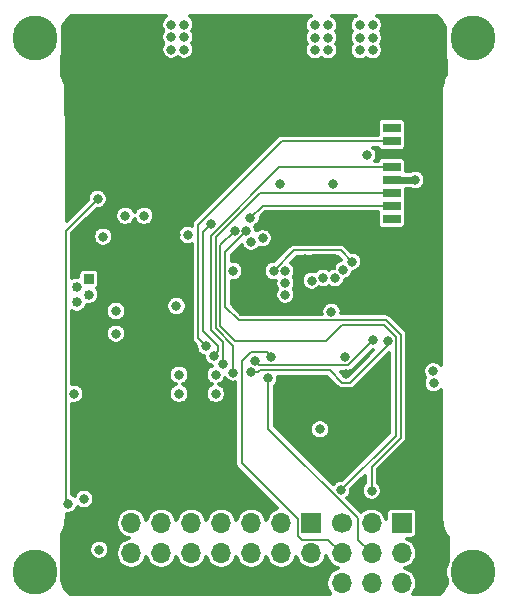
<source format=gbr>
%TF.GenerationSoftware,KiCad,Pcbnew,(5.1.10-1-10_14)*%
%TF.CreationDate,2021-12-24T07:56:15-05:00*%
%TF.ProjectId,hermes_v1,6865726d-6573-45f7-9631-2e6b69636164,rev?*%
%TF.SameCoordinates,Original*%
%TF.FileFunction,Copper,L4,Bot*%
%TF.FilePolarity,Positive*%
%FSLAX46Y46*%
G04 Gerber Fmt 4.6, Leading zero omitted, Abs format (unit mm)*
G04 Created by KiCad (PCBNEW (5.1.10-1-10_14)) date 2021-12-24 07:56:15*
%MOMM*%
%LPD*%
G01*
G04 APERTURE LIST*
%TA.AperFunction,ComponentPad*%
%ADD10C,3.800000*%
%TD*%
%TA.AperFunction,ComponentPad*%
%ADD11O,1.850000X0.850000*%
%TD*%
%TA.AperFunction,ComponentPad*%
%ADD12C,0.840000*%
%TD*%
%TA.AperFunction,ComponentPad*%
%ADD13R,0.840000X0.840000*%
%TD*%
%TA.AperFunction,ComponentPad*%
%ADD14O,1.700000X1.700000*%
%TD*%
%TA.AperFunction,ComponentPad*%
%ADD15R,1.700000X1.700000*%
%TD*%
%TA.AperFunction,ComponentPad*%
%ADD16C,1.700000*%
%TD*%
%TA.AperFunction,SMDPad,CuDef*%
%ADD17R,1.500000X0.800000*%
%TD*%
%TA.AperFunction,SMDPad,CuDef*%
%ADD18R,2.000000X1.450000*%
%TD*%
%TA.AperFunction,ComponentPad*%
%ADD19C,0.600000*%
%TD*%
%TA.AperFunction,ViaPad*%
%ADD20C,0.800000*%
%TD*%
%TA.AperFunction,Conductor*%
%ADD21C,0.200000*%
%TD*%
%TA.AperFunction,Conductor*%
%ADD22C,0.600000*%
%TD*%
%TA.AperFunction,Conductor*%
%ADD23C,1.000000*%
%TD*%
%TA.AperFunction,Conductor*%
%ADD24C,0.300000*%
%TD*%
%TA.AperFunction,Conductor*%
%ADD25C,0.100000*%
%TD*%
G04 APERTURE END LIST*
D10*
%TO.P,H4,1*%
%TO.N,N/C*%
X188110000Y-45960000D03*
%TD*%
%TO.P,H3,1*%
%TO.N,N/C*%
X225250000Y-91190000D03*
%TD*%
%TO.P,H2,1*%
%TO.N,N/C*%
X188110000Y-91170000D03*
%TD*%
%TO.P,H1,1*%
%TO.N,N/C*%
X225230000Y-45960000D03*
%TD*%
D11*
%TO.P,J2,6*%
%TO.N,GND*%
X192480000Y-71275000D03*
X192480000Y-64125000D03*
D12*
%TO.P,J2,5*%
X192700000Y-69000000D03*
%TO.P,J2,4*%
%TO.N,Net-(J2-Pad4)*%
X191700000Y-68350000D03*
%TO.P,J2,3*%
%TO.N,Net-(J2-Pad3)*%
X192700000Y-67700000D03*
%TO.P,J2,2*%
%TO.N,Net-(J2-Pad2)*%
X191700000Y-67050000D03*
D13*
%TO.P,J2,1*%
%TO.N,FC_USB_VBUS*%
X192700000Y-66400000D03*
%TD*%
D14*
%TO.P,J7,6*%
%TO.N,GND*%
X221740000Y-92130000D03*
%TO.P,J7,5*%
%TO.N,+5V*%
X219200000Y-92130000D03*
%TO.P,J7,4*%
%TO.N,GND*%
X221740000Y-89590000D03*
%TO.P,J7,3*%
%TO.N,+5V*%
X219200000Y-89590000D03*
%TO.P,J7,2*%
%TO.N,GND*%
X221740000Y-87050000D03*
D15*
%TO.P,J7,1*%
%TO.N,3V3_IO*%
X219200000Y-87050000D03*
%TD*%
D14*
%TO.P,J5,6*%
%TO.N,FC_UART0_RX*%
X216640000Y-92130000D03*
%TO.P,J5,5*%
%TO.N,FC_UART0_TX*%
X214100000Y-92130000D03*
%TO.P,J5,4*%
%TO.N,FC_UART1_RX*%
X216640000Y-89590000D03*
%TO.P,J5,3*%
%TO.N,FC_UART1_TX*%
X214100000Y-89590000D03*
%TO.P,J5,2*%
%TO.N,FC_I2C1_SDA*%
X216640000Y-87050000D03*
D16*
%TO.P,J5,1*%
%TO.N,FC_I2C1_SCL*%
X214100000Y-87050000D03*
%TD*%
D14*
%TO.P,J4,14*%
%TO.N,+5V*%
X211540000Y-89610000D03*
%TO.P,J4,13*%
%TO.N,GND*%
X211540000Y-92150000D03*
%TO.P,J4,12*%
%TO.N,+5V*%
X209000000Y-89610000D03*
%TO.P,J4,11*%
%TO.N,GND*%
X209000000Y-92150000D03*
%TO.P,J4,10*%
%TO.N,+5V*%
X206460000Y-89610000D03*
%TO.P,J4,9*%
%TO.N,GND*%
X206460000Y-92150000D03*
%TO.P,J4,8*%
%TO.N,+5V*%
X203920000Y-89610000D03*
%TO.P,J4,7*%
%TO.N,GND*%
X203920000Y-92150000D03*
%TO.P,J4,6*%
%TO.N,+5V*%
X201380000Y-89610000D03*
%TO.P,J4,5*%
%TO.N,GND*%
X201380000Y-92150000D03*
%TO.P,J4,4*%
%TO.N,+5V*%
X198840000Y-89610000D03*
%TO.P,J4,3*%
%TO.N,GND*%
X198840000Y-92150000D03*
%TO.P,J4,2*%
%TO.N,+5V*%
X196300000Y-89610000D03*
D15*
%TO.P,J4,1*%
%TO.N,GND*%
X196300000Y-92150000D03*
%TD*%
D14*
%TO.P,J3,7*%
%TO.N,FC_RADIO_PPM*%
X196310000Y-87050000D03*
%TO.P,J3,6*%
%TO.N,FC_SERVO_6*%
X198850000Y-87050000D03*
%TO.P,J3,5*%
%TO.N,FC_SERVO_5*%
X201390000Y-87050000D03*
%TO.P,J3,4*%
%TO.N,FC_SERVO_4*%
X203930000Y-87050000D03*
%TO.P,J3,3*%
%TO.N,FC_SERVO_3*%
X206470000Y-87050000D03*
%TO.P,J3,2*%
%TO.N,FC_SERVO_2*%
X209010000Y-87050000D03*
D15*
%TO.P,J3,1*%
%TO.N,FC_SERVO_1*%
X211550000Y-87050000D03*
%TD*%
D17*
%TO.P,J6,1*%
%TO.N,Net-(J6-Pad1)*%
X218350000Y-61300000D03*
%TO.P,J6,2*%
%TO.N,FC_SPI0_CS*%
X218350000Y-60200000D03*
%TO.P,J6,3*%
%TO.N,FC_SPI0_MOSI*%
X218350000Y-59100000D03*
%TO.P,J6,4*%
%TO.N,3V3_IO*%
X218350000Y-58000000D03*
%TO.P,J6,5*%
%TO.N,FC_SPI0_SCK*%
X218350000Y-56900000D03*
%TO.P,J6,6*%
%TO.N,GND*%
X218350000Y-55800000D03*
%TO.P,J6,7*%
%TO.N,FC_SPI0_MISO*%
X218350000Y-54700000D03*
%TO.P,J6,8*%
%TO.N,Net-(J6-Pad8)*%
X218350000Y-53600000D03*
D18*
%TO.P,J6,9*%
%TO.N,GND*%
X212650000Y-51225000D03*
X212650000Y-64975000D03*
X220950000Y-64975000D03*
X220950000Y-51225000D03*
%TD*%
D19*
%TO.P,U3,57*%
%TO.N,GND*%
X205675000Y-69275000D03*
X205675000Y-68000000D03*
X205675000Y-66725000D03*
X206950000Y-69275000D03*
X206950000Y-68000000D03*
X206950000Y-66725000D03*
X208225000Y-69275000D03*
X208225000Y-68000000D03*
X208225000Y-66725000D03*
%TD*%
D20*
%TO.N,GND*%
X193800000Y-52900000D03*
X193800000Y-51800000D03*
X205150000Y-44900000D03*
X204050000Y-44900000D03*
X204050000Y-47000000D03*
X205150000Y-47000000D03*
X204050000Y-45950000D03*
X205150000Y-45950000D03*
X209050000Y-45950000D03*
X207950000Y-45950000D03*
X209050000Y-44900000D03*
X207950000Y-44900000D03*
X207950000Y-47000000D03*
X209050000Y-47000000D03*
X219550000Y-47000000D03*
X220650000Y-45950000D03*
X219550000Y-45950000D03*
X220650000Y-47000000D03*
X220650000Y-44900000D03*
X219550000Y-44900000D03*
X220950000Y-82350000D03*
X220950000Y-78050000D03*
X214500000Y-74450000D03*
X214700000Y-78250000D03*
X217546776Y-83315647D03*
X212650000Y-49900000D03*
X211050000Y-64700000D03*
X207008856Y-62009857D03*
X219900000Y-66800000D03*
X200100005Y-62650011D03*
X196150731Y-81150731D03*
X221750000Y-58718282D03*
X191400000Y-89300000D03*
X191300000Y-59600000D03*
X191950000Y-47000000D03*
X195800000Y-57550000D03*
X195550000Y-51800000D03*
X195550000Y-52900000D03*
X195350000Y-48300000D03*
X200950000Y-52300000D03*
X220950000Y-49900000D03*
X196070000Y-66920000D03*
%TO.N,+1V1*%
X200129319Y-68679319D03*
X214257101Y-65592887D03*
X201100006Y-62649994D03*
%TO.N,+3V3*%
X216250000Y-55900000D03*
X195000000Y-71000000D03*
%TO.N,VCC*%
X212950000Y-44900000D03*
X212950000Y-45950000D03*
X211850000Y-44900000D03*
X212950000Y-47000000D03*
X211850000Y-47000000D03*
X211850000Y-45950000D03*
X216750000Y-45950000D03*
X215650000Y-47000000D03*
X216750000Y-44900000D03*
X215650000Y-45950000D03*
X216750000Y-47000000D03*
X215650000Y-44900000D03*
X199700000Y-44850000D03*
X200800000Y-45900000D03*
X199700000Y-46950000D03*
X199700000Y-45900000D03*
X200800000Y-44850000D03*
X200800000Y-46950000D03*
%TO.N,+5V*%
X208900000Y-58350000D03*
X195000000Y-69100000D03*
%TO.N,FC_STATUS_BLUE*%
X197400000Y-61025000D03*
X206455977Y-63213886D03*
%TO.N,FC_STATUS_RED*%
X195800000Y-61025000D03*
X208350000Y-65700000D03*
X214993193Y-64916003D03*
%TO.N,FC_STATUS_GREEN*%
X193921680Y-62787534D03*
X207413182Y-62924474D03*
%TO.N,FC_BOOTSEL*%
X190975000Y-85400000D03*
X193450000Y-59600000D03*
%TO.N,FC_RUN*%
X209350000Y-65700000D03*
X193600000Y-89300000D03*
%TO.N,FC_USB_VBUS*%
X213400000Y-58300000D03*
%TO.N,FC_I2C0_SCL*%
X206750010Y-73300000D03*
X216800000Y-71550000D03*
X221878753Y-74202539D03*
%TO.N,FC_I2C0_SDA*%
X206433580Y-74283580D03*
X218000001Y-71601974D03*
%TO.N,FC_I2C1_SCL*%
X214094975Y-84255025D03*
X205050000Y-62300000D03*
X203450000Y-74500000D03*
%TO.N,FC_I2C1_SDA*%
X216650000Y-84300000D03*
X206050003Y-62300000D03*
X203450000Y-76100000D03*
%TO.N,FC_SWCLK*%
X209351362Y-66700001D03*
%TO.N,FC_SWD*%
X211572881Y-66512718D03*
%TO.N,FC_SPI0_CS*%
X203022609Y-61689690D03*
X206394309Y-61220975D03*
X203268869Y-72875010D03*
%TO.N,FC_SPI0_MOSI*%
X204949999Y-74302160D03*
%TO.N,FC_SPI0_SCK*%
X204100000Y-73575010D03*
%TO.N,FC_SPI0_MISO*%
X202642829Y-72092829D03*
%TO.N,FC_UART1_TX*%
X208150010Y-72999999D03*
%TO.N,FC_UART1_RX*%
X207899798Y-74800003D03*
%TO.N,FC_UART0_TX*%
X212549997Y-66300002D03*
X212271274Y-79115560D03*
%TO.N,FC_UART0_RX*%
X213550000Y-66300002D03*
X213249997Y-69175001D03*
%TO.N,/FlightControlComputer/3V_MCU*%
X209349990Y-67706681D03*
X204950010Y-65700000D03*
%TO.N,3V3_IO*%
X214380025Y-72980024D03*
X221900049Y-75202314D03*
X220350000Y-58000000D03*
X191450000Y-76100000D03*
X192300000Y-85000000D03*
X200350000Y-74500000D03*
X200350000Y-76100000D03*
%TD*%
D21*
%TO.N,GND*%
X211325000Y-64975000D02*
X211050000Y-64700000D01*
X212650000Y-64975000D02*
X211325000Y-64975000D01*
X220950000Y-65750000D02*
X219900000Y-66800000D01*
X220950000Y-64975000D02*
X220950000Y-65750000D01*
D22*
X221750000Y-57850000D02*
X221750000Y-58718282D01*
X219700000Y-55800000D02*
X221750000Y-57850000D01*
X218350000Y-55800000D02*
X219700000Y-55800000D01*
D23*
X212650000Y-51225000D02*
X212650000Y-49900000D01*
X220950000Y-51225000D02*
X220950000Y-49900000D01*
D21*
%TO.N,FC_STATUS_RED*%
X214027189Y-63949999D02*
X214993193Y-64916003D01*
X210100001Y-63949999D02*
X214027189Y-63949999D01*
X208350000Y-65700000D02*
X210100001Y-63949999D01*
%TO.N,FC_BOOTSEL*%
X190749999Y-62300001D02*
X193450000Y-59600000D01*
X190749999Y-85174999D02*
X190749999Y-62300001D01*
X190975000Y-85400000D02*
X190749999Y-85174999D01*
%TO.N,FC_I2C0_SCL*%
X214650001Y-73699999D02*
X216800000Y-71550000D01*
X207150009Y-73699999D02*
X214650001Y-73699999D01*
X206750010Y-73300000D02*
X207150009Y-73699999D01*
%TO.N,FC_I2C0_SDA*%
X214836001Y-75150001D02*
X218050000Y-71936002D01*
X214163999Y-75150001D02*
X214836001Y-75150001D01*
X206999265Y-74283580D02*
X207182843Y-74100002D01*
X207182843Y-74100002D02*
X213114000Y-74100002D01*
X206433580Y-74283580D02*
X206999265Y-74283580D01*
X218050000Y-71651973D02*
X218000001Y-71601974D01*
X218050000Y-71936002D02*
X218050000Y-71651973D01*
X213114000Y-74100002D02*
X214163999Y-75150001D01*
%TO.N,FC_I2C1_SCL*%
X218700001Y-71263999D02*
X217686002Y-70250000D01*
X218700001Y-79649999D02*
X218700001Y-71263999D01*
X214094975Y-84255025D02*
X218700001Y-79649999D01*
X217686002Y-70250000D02*
X214100000Y-70250000D01*
X214100000Y-70250000D02*
X212750000Y-71600000D01*
X212750000Y-71600000D02*
X207111998Y-71600000D01*
X207111998Y-71600000D02*
X205100000Y-71600000D01*
X205100000Y-71600000D02*
X203850000Y-70350000D01*
X203850000Y-63500000D02*
X205050000Y-62300000D01*
X203850000Y-70350000D02*
X203850000Y-63500000D01*
%TO.N,FC_I2C1_SDA*%
X204250010Y-68738012D02*
X204250010Y-64135992D01*
X216650000Y-84300000D02*
X216650000Y-82265698D01*
X219100011Y-71098310D02*
X217851691Y-69849990D01*
X205386999Y-69875001D02*
X204250010Y-68738012D01*
X213909300Y-69875001D02*
X205386999Y-69875001D01*
X217851691Y-69849990D02*
X213934311Y-69849990D01*
X216650000Y-82265698D02*
X219100011Y-79815688D01*
X206050003Y-62335999D02*
X206050003Y-62300000D01*
X204250010Y-64135992D02*
X206050003Y-62335999D01*
X219100011Y-79815688D02*
X219100011Y-71098310D01*
X213934311Y-69849990D02*
X213909300Y-69875001D01*
%TO.N,FC_SPI0_CS*%
X202350031Y-62362268D02*
X203022609Y-61689690D01*
X206394309Y-61220975D02*
X207415284Y-60200000D01*
X207415284Y-60200000D02*
X218350000Y-60200000D01*
X203668868Y-72082866D02*
X202350031Y-70764029D01*
X202350031Y-70764029D02*
X202350031Y-62362268D01*
X203668868Y-72475011D02*
X203668868Y-72082866D01*
X203268869Y-72875010D02*
X203668868Y-72475011D01*
%TO.N,FC_SPI0_MOSI*%
X203449990Y-62864008D02*
X207213998Y-59100000D01*
X207213998Y-59100000D02*
X218350000Y-59100000D01*
X204949999Y-72015698D02*
X203449990Y-70515689D01*
X203449990Y-70515689D02*
X203449990Y-62864008D01*
X204949999Y-74302160D02*
X204949999Y-72015698D01*
%TO.N,FC_SPI0_SCK*%
X203049980Y-62698319D02*
X208848299Y-56900000D01*
X208848299Y-56900000D02*
X218350000Y-56900000D01*
X203049980Y-70681377D02*
X203049980Y-62698319D01*
X204100000Y-71731397D02*
X203049980Y-70681377D01*
X204100000Y-73575010D02*
X204100000Y-71731397D01*
%TO.N,FC_SPI0_MISO*%
X201950021Y-61772327D02*
X209022348Y-54700000D01*
X209022348Y-54700000D02*
X218350000Y-54700000D01*
X201950021Y-71400021D02*
X201950021Y-61772327D01*
X202642829Y-72092829D02*
X201950021Y-71400021D01*
%TO.N,FC_UART1_TX*%
X210399999Y-86737997D02*
X210399999Y-88140001D01*
X210719997Y-88459999D02*
X212969999Y-88459999D01*
X205649999Y-81987997D02*
X210399999Y-86737997D01*
X210399999Y-88140001D02*
X210719997Y-88459999D01*
X212969999Y-88459999D02*
X214100000Y-89590000D01*
X205649999Y-73364009D02*
X205649999Y-81987997D01*
X206414009Y-72599999D02*
X205649999Y-73364009D01*
X207750010Y-72599999D02*
X206414009Y-72599999D01*
X208150010Y-72999999D02*
X207750010Y-72599999D01*
%TO.N,FC_UART1_RX*%
X207899798Y-79049798D02*
X215489999Y-86639999D01*
X215489999Y-88439999D02*
X216640000Y-89590000D01*
X215489999Y-86639999D02*
X215489999Y-88439999D01*
X207899798Y-74800003D02*
X207899798Y-79049798D01*
D22*
%TO.N,3V3_IO*%
X220350000Y-58000000D02*
X218350000Y-58000000D01*
%TD*%
D24*
%TO.N,GND*%
X199158156Y-44189762D02*
X199039762Y-44308156D01*
X198946740Y-44447374D01*
X198882665Y-44602064D01*
X198850000Y-44766282D01*
X198850000Y-44933718D01*
X198882665Y-45097936D01*
X198946740Y-45252626D01*
X199028507Y-45375000D01*
X198946740Y-45497374D01*
X198882665Y-45652064D01*
X198850000Y-45816282D01*
X198850000Y-45983718D01*
X198882665Y-46147936D01*
X198946740Y-46302626D01*
X199028507Y-46425000D01*
X198946740Y-46547374D01*
X198882665Y-46702064D01*
X198850000Y-46866282D01*
X198850000Y-47033718D01*
X198882665Y-47197936D01*
X198946740Y-47352626D01*
X199039762Y-47491844D01*
X199158156Y-47610238D01*
X199297374Y-47703260D01*
X199452064Y-47767335D01*
X199616282Y-47800000D01*
X199783718Y-47800000D01*
X199947936Y-47767335D01*
X200102626Y-47703260D01*
X200241844Y-47610238D01*
X200250000Y-47602082D01*
X200258156Y-47610238D01*
X200397374Y-47703260D01*
X200552064Y-47767335D01*
X200716282Y-47800000D01*
X200883718Y-47800000D01*
X201047936Y-47767335D01*
X201202626Y-47703260D01*
X201341844Y-47610238D01*
X201460238Y-47491844D01*
X201553260Y-47352626D01*
X201617335Y-47197936D01*
X201650000Y-47033718D01*
X201650000Y-46866282D01*
X201617335Y-46702064D01*
X201553260Y-46547374D01*
X201471493Y-46425000D01*
X201553260Y-46302626D01*
X201617335Y-46147936D01*
X201650000Y-45983718D01*
X201650000Y-45816282D01*
X201617335Y-45652064D01*
X201553260Y-45497374D01*
X201471493Y-45375000D01*
X201553260Y-45252626D01*
X201617335Y-45097936D01*
X201650000Y-44933718D01*
X201650000Y-44766282D01*
X201617335Y-44602064D01*
X201553260Y-44447374D01*
X201460238Y-44308156D01*
X201341844Y-44189762D01*
X201244920Y-44125000D01*
X211499859Y-44125000D01*
X211447374Y-44146740D01*
X211308156Y-44239762D01*
X211189762Y-44358156D01*
X211096740Y-44497374D01*
X211032665Y-44652064D01*
X211000000Y-44816282D01*
X211000000Y-44983718D01*
X211032665Y-45147936D01*
X211096740Y-45302626D01*
X211178507Y-45425000D01*
X211096740Y-45547374D01*
X211032665Y-45702064D01*
X211000000Y-45866282D01*
X211000000Y-46033718D01*
X211032665Y-46197936D01*
X211096740Y-46352626D01*
X211178507Y-46475000D01*
X211096740Y-46597374D01*
X211032665Y-46752064D01*
X211000000Y-46916282D01*
X211000000Y-47083718D01*
X211032665Y-47247936D01*
X211096740Y-47402626D01*
X211189762Y-47541844D01*
X211308156Y-47660238D01*
X211447374Y-47753260D01*
X211602064Y-47817335D01*
X211766282Y-47850000D01*
X211933718Y-47850000D01*
X212097936Y-47817335D01*
X212252626Y-47753260D01*
X212391844Y-47660238D01*
X212400000Y-47652082D01*
X212408156Y-47660238D01*
X212547374Y-47753260D01*
X212702064Y-47817335D01*
X212866282Y-47850000D01*
X213033718Y-47850000D01*
X213197936Y-47817335D01*
X213352626Y-47753260D01*
X213491844Y-47660238D01*
X213610238Y-47541844D01*
X213703260Y-47402626D01*
X213767335Y-47247936D01*
X213800000Y-47083718D01*
X213800000Y-46916282D01*
X213767335Y-46752064D01*
X213703260Y-46597374D01*
X213621493Y-46475000D01*
X213703260Y-46352626D01*
X213767335Y-46197936D01*
X213800000Y-46033718D01*
X213800000Y-45866282D01*
X213767335Y-45702064D01*
X213703260Y-45547374D01*
X213621493Y-45425000D01*
X213703260Y-45302626D01*
X213767335Y-45147936D01*
X213800000Y-44983718D01*
X213800000Y-44816282D01*
X213767335Y-44652064D01*
X213703260Y-44497374D01*
X213610238Y-44358156D01*
X213491844Y-44239762D01*
X213352626Y-44146740D01*
X213300141Y-44125000D01*
X215299859Y-44125000D01*
X215247374Y-44146740D01*
X215108156Y-44239762D01*
X214989762Y-44358156D01*
X214896740Y-44497374D01*
X214832665Y-44652064D01*
X214800000Y-44816282D01*
X214800000Y-44983718D01*
X214832665Y-45147936D01*
X214896740Y-45302626D01*
X214978507Y-45425000D01*
X214896740Y-45547374D01*
X214832665Y-45702064D01*
X214800000Y-45866282D01*
X214800000Y-46033718D01*
X214832665Y-46197936D01*
X214896740Y-46352626D01*
X214978507Y-46475000D01*
X214896740Y-46597374D01*
X214832665Y-46752064D01*
X214800000Y-46916282D01*
X214800000Y-47083718D01*
X214832665Y-47247936D01*
X214896740Y-47402626D01*
X214989762Y-47541844D01*
X215108156Y-47660238D01*
X215247374Y-47753260D01*
X215402064Y-47817335D01*
X215566282Y-47850000D01*
X215733718Y-47850000D01*
X215897936Y-47817335D01*
X216052626Y-47753260D01*
X216191844Y-47660238D01*
X216200000Y-47652082D01*
X216208156Y-47660238D01*
X216347374Y-47753260D01*
X216502064Y-47817335D01*
X216666282Y-47850000D01*
X216833718Y-47850000D01*
X216997936Y-47817335D01*
X217152626Y-47753260D01*
X217291844Y-47660238D01*
X217410238Y-47541844D01*
X217503260Y-47402626D01*
X217567335Y-47247936D01*
X217600000Y-47083718D01*
X217600000Y-46916282D01*
X217567335Y-46752064D01*
X217503260Y-46597374D01*
X217421493Y-46475000D01*
X217503260Y-46352626D01*
X217567335Y-46197936D01*
X217600000Y-46033718D01*
X217600000Y-45866282D01*
X217567335Y-45702064D01*
X217503260Y-45547374D01*
X217421493Y-45425000D01*
X217503260Y-45302626D01*
X217567335Y-45147936D01*
X217600000Y-44983718D01*
X217600000Y-44816282D01*
X217567335Y-44652064D01*
X217503260Y-44497374D01*
X217410238Y-44358156D01*
X217291844Y-44239762D01*
X217152626Y-44146740D01*
X217100141Y-44125000D01*
X222169621Y-44125000D01*
X222256996Y-44190138D01*
X222443549Y-44375816D01*
X222601865Y-44586103D01*
X222728726Y-44816730D01*
X222821566Y-45063030D01*
X222878502Y-45320007D01*
X222898790Y-45587799D01*
X222898989Y-45633079D01*
X222880000Y-45728545D01*
X222880000Y-46191455D01*
X222901932Y-46301714D01*
X222914391Y-49132867D01*
X222900131Y-49155629D01*
X222897221Y-49161579D01*
X222897216Y-49161587D01*
X222897213Y-49161596D01*
X222707852Y-49555621D01*
X222693075Y-49596069D01*
X222677743Y-49636287D01*
X222676041Y-49642697D01*
X222566818Y-50066009D01*
X222560183Y-50108535D01*
X222552951Y-50150985D01*
X222552527Y-50157604D01*
X222528166Y-50584237D01*
X222526845Y-50597589D01*
X222525011Y-54426571D01*
X222524999Y-54426696D01*
X222525000Y-54449501D01*
X222524989Y-54473104D01*
X222525002Y-54473233D01*
X222526098Y-73647802D01*
X222420597Y-73542301D01*
X222281379Y-73449279D01*
X222126689Y-73385204D01*
X221962471Y-73352539D01*
X221795035Y-73352539D01*
X221630817Y-73385204D01*
X221476127Y-73449279D01*
X221336909Y-73542301D01*
X221218515Y-73660695D01*
X221125493Y-73799913D01*
X221061418Y-73954603D01*
X221028753Y-74118821D01*
X221028753Y-74286257D01*
X221061418Y-74450475D01*
X221125493Y-74605165D01*
X221201129Y-74718362D01*
X221146789Y-74799688D01*
X221082714Y-74954378D01*
X221050049Y-75118596D01*
X221050049Y-75286032D01*
X221082714Y-75450250D01*
X221146789Y-75604940D01*
X221239811Y-75744158D01*
X221358205Y-75862552D01*
X221497423Y-75955574D01*
X221652113Y-76019649D01*
X221816331Y-76052314D01*
X221983767Y-76052314D01*
X222147985Y-76019649D01*
X222302675Y-75955574D01*
X222441893Y-75862552D01*
X222526219Y-75778226D01*
X222526833Y-86524320D01*
X222525072Y-86616570D01*
X222527039Y-86641529D01*
X222526752Y-86666576D01*
X222527370Y-86673180D01*
X222571126Y-87108160D01*
X222579596Y-87150377D01*
X222587472Y-87192695D01*
X222589361Y-87199053D01*
X222716771Y-87617250D01*
X222733277Y-87657012D01*
X222749226Y-87697001D01*
X222752314Y-87702870D01*
X222958526Y-88088356D01*
X222982441Y-88124155D01*
X223005854Y-88160284D01*
X223010022Y-88165442D01*
X223086580Y-88258830D01*
X223095347Y-90250945D01*
X222990309Y-90504530D01*
X222900000Y-90958545D01*
X222900000Y-91421455D01*
X222990309Y-91875470D01*
X223046166Y-92010321D01*
X223027829Y-92096234D01*
X222936296Y-92344376D01*
X222810303Y-92576929D01*
X222652437Y-92789125D01*
X222465911Y-92976645D01*
X222401630Y-93025000D01*
X220143478Y-93025000D01*
X220209776Y-92958702D01*
X220352045Y-92745781D01*
X220450042Y-92509196D01*
X220500000Y-92258039D01*
X220500000Y-92001961D01*
X220450042Y-91750804D01*
X220352045Y-91514219D01*
X220209776Y-91301298D01*
X220028702Y-91120224D01*
X219815781Y-90977955D01*
X219579196Y-90879958D01*
X219478860Y-90860000D01*
X219579196Y-90840042D01*
X219815781Y-90742045D01*
X220028702Y-90599776D01*
X220209776Y-90418702D01*
X220352045Y-90205781D01*
X220450042Y-89969196D01*
X220500000Y-89718039D01*
X220500000Y-89461961D01*
X220450042Y-89210804D01*
X220352045Y-88974219D01*
X220209776Y-88761298D01*
X220028702Y-88580224D01*
X219815781Y-88437955D01*
X219608695Y-88352177D01*
X220050000Y-88352177D01*
X220138215Y-88343489D01*
X220223041Y-88317757D01*
X220301216Y-88275971D01*
X220369737Y-88219737D01*
X220425971Y-88151216D01*
X220467757Y-88073041D01*
X220493489Y-87988215D01*
X220502177Y-87900000D01*
X220502177Y-86200000D01*
X220493489Y-86111785D01*
X220467757Y-86026959D01*
X220425971Y-85948784D01*
X220369737Y-85880263D01*
X220301216Y-85824029D01*
X220223041Y-85782243D01*
X220138215Y-85756511D01*
X220050000Y-85747823D01*
X218350000Y-85747823D01*
X218261785Y-85756511D01*
X218176959Y-85782243D01*
X218098784Y-85824029D01*
X218030263Y-85880263D01*
X217974029Y-85948784D01*
X217932243Y-86026959D01*
X217906511Y-86111785D01*
X217897823Y-86200000D01*
X217897823Y-86709922D01*
X217890042Y-86670804D01*
X217792045Y-86434219D01*
X217649776Y-86221298D01*
X217468702Y-86040224D01*
X217255781Y-85897955D01*
X217019196Y-85799958D01*
X216768039Y-85750000D01*
X216511961Y-85750000D01*
X216260804Y-85799958D01*
X216024219Y-85897955D01*
X215811298Y-86040224D01*
X215739670Y-86111852D01*
X214580627Y-84952809D01*
X214636819Y-84915263D01*
X214755213Y-84796869D01*
X214848235Y-84657651D01*
X214912310Y-84502961D01*
X214944975Y-84338743D01*
X214944975Y-84182842D01*
X216100001Y-83027817D01*
X216100000Y-83647918D01*
X215989762Y-83758156D01*
X215896740Y-83897374D01*
X215832665Y-84052064D01*
X215800000Y-84216282D01*
X215800000Y-84383718D01*
X215832665Y-84547936D01*
X215896740Y-84702626D01*
X215989762Y-84841844D01*
X216108156Y-84960238D01*
X216247374Y-85053260D01*
X216402064Y-85117335D01*
X216566282Y-85150000D01*
X216733718Y-85150000D01*
X216897936Y-85117335D01*
X217052626Y-85053260D01*
X217191844Y-84960238D01*
X217310238Y-84841844D01*
X217403260Y-84702626D01*
X217467335Y-84547936D01*
X217500000Y-84383718D01*
X217500000Y-84216282D01*
X217467335Y-84052064D01*
X217403260Y-83897374D01*
X217310238Y-83758156D01*
X217200000Y-83647918D01*
X217200000Y-82493515D01*
X219469821Y-80223696D01*
X219490801Y-80206478D01*
X219508019Y-80185498D01*
X219508024Y-80185493D01*
X219559532Y-80122731D01*
X219610602Y-80027183D01*
X219610603Y-80027182D01*
X219642053Y-79923507D01*
X219650011Y-79842706D01*
X219650011Y-79842697D01*
X219652671Y-79815689D01*
X219650011Y-79788681D01*
X219650011Y-71125317D01*
X219652671Y-71098309D01*
X219650011Y-71071301D01*
X219650011Y-71071292D01*
X219642053Y-70990491D01*
X219610603Y-70886816D01*
X219576349Y-70822731D01*
X219559532Y-70791267D01*
X219508024Y-70728505D01*
X219508019Y-70728500D01*
X219490801Y-70707520D01*
X219469821Y-70690302D01*
X218259704Y-69480186D01*
X218242481Y-69459200D01*
X218158733Y-69390469D01*
X218063185Y-69339398D01*
X217959510Y-69307948D01*
X217878709Y-69299990D01*
X217878699Y-69299990D01*
X217851691Y-69297330D01*
X217824683Y-69299990D01*
X214091788Y-69299990D01*
X214099997Y-69258719D01*
X214099997Y-69091283D01*
X214067332Y-68927065D01*
X214003257Y-68772375D01*
X213910235Y-68633157D01*
X213791841Y-68514763D01*
X213652623Y-68421741D01*
X213497933Y-68357666D01*
X213333715Y-68325001D01*
X213166279Y-68325001D01*
X213002061Y-68357666D01*
X212847371Y-68421741D01*
X212708153Y-68514763D01*
X212589759Y-68633157D01*
X212496737Y-68772375D01*
X212432662Y-68927065D01*
X212399997Y-69091283D01*
X212399997Y-69258719D01*
X212413181Y-69325001D01*
X205614817Y-69325001D01*
X204800010Y-68510195D01*
X204800010Y-66536816D01*
X204866292Y-66550000D01*
X205033728Y-66550000D01*
X205197946Y-66517335D01*
X205352636Y-66453260D01*
X205491854Y-66360238D01*
X205610248Y-66241844D01*
X205703270Y-66102626D01*
X205767345Y-65947936D01*
X205800010Y-65783718D01*
X205800010Y-65616282D01*
X207500000Y-65616282D01*
X207500000Y-65783718D01*
X207532665Y-65947936D01*
X207596740Y-66102626D01*
X207689762Y-66241844D01*
X207808156Y-66360238D01*
X207947374Y-66453260D01*
X208102064Y-66517335D01*
X208266282Y-66550000D01*
X208433718Y-66550000D01*
X208517876Y-66533260D01*
X208501362Y-66616283D01*
X208501362Y-66783719D01*
X208534027Y-66947937D01*
X208598102Y-67102627D01*
X208664711Y-67202314D01*
X208596730Y-67304055D01*
X208532655Y-67458745D01*
X208499990Y-67622963D01*
X208499990Y-67790399D01*
X208532655Y-67954617D01*
X208596730Y-68109307D01*
X208689752Y-68248525D01*
X208808146Y-68366919D01*
X208947364Y-68459941D01*
X209102054Y-68524016D01*
X209266272Y-68556681D01*
X209433708Y-68556681D01*
X209597926Y-68524016D01*
X209752616Y-68459941D01*
X209891834Y-68366919D01*
X210010228Y-68248525D01*
X210103250Y-68109307D01*
X210167325Y-67954617D01*
X210199990Y-67790399D01*
X210199990Y-67622963D01*
X210167325Y-67458745D01*
X210103250Y-67304055D01*
X210036641Y-67204368D01*
X210104622Y-67102627D01*
X210168697Y-66947937D01*
X210201362Y-66783719D01*
X210201362Y-66616283D01*
X210168697Y-66452065D01*
X210104622Y-66297375D01*
X210038878Y-66198981D01*
X210103260Y-66102626D01*
X210167335Y-65947936D01*
X210200000Y-65783718D01*
X210200000Y-65616282D01*
X210167335Y-65452064D01*
X210103260Y-65297374D01*
X210010238Y-65158156D01*
X209891844Y-65039762D01*
X209829627Y-64998190D01*
X210327819Y-64499999D01*
X213799372Y-64499999D01*
X214064014Y-64764642D01*
X214009165Y-64775552D01*
X213854475Y-64839627D01*
X213715257Y-64932649D01*
X213596863Y-65051043D01*
X213503841Y-65190261D01*
X213439766Y-65344951D01*
X213416917Y-65459821D01*
X213302064Y-65482667D01*
X213147374Y-65546742D01*
X213049999Y-65611806D01*
X212952623Y-65546742D01*
X212797933Y-65482667D01*
X212633715Y-65450002D01*
X212466279Y-65450002D01*
X212302061Y-65482667D01*
X212147371Y-65546742D01*
X212008153Y-65639764D01*
X211913955Y-65733962D01*
X211820817Y-65695383D01*
X211656599Y-65662718D01*
X211489163Y-65662718D01*
X211324945Y-65695383D01*
X211170255Y-65759458D01*
X211031037Y-65852480D01*
X210912643Y-65970874D01*
X210819621Y-66110092D01*
X210755546Y-66264782D01*
X210722881Y-66429000D01*
X210722881Y-66596436D01*
X210755546Y-66760654D01*
X210819621Y-66915344D01*
X210912643Y-67054562D01*
X211031037Y-67172956D01*
X211170255Y-67265978D01*
X211324945Y-67330053D01*
X211489163Y-67362718D01*
X211656599Y-67362718D01*
X211820817Y-67330053D01*
X211975507Y-67265978D01*
X212114725Y-67172956D01*
X212208923Y-67078758D01*
X212302061Y-67117337D01*
X212466279Y-67150002D01*
X212633715Y-67150002D01*
X212797933Y-67117337D01*
X212952623Y-67053262D01*
X213049999Y-66988198D01*
X213147374Y-67053262D01*
X213302064Y-67117337D01*
X213466282Y-67150002D01*
X213633718Y-67150002D01*
X213797936Y-67117337D01*
X213952626Y-67053262D01*
X214091844Y-66960240D01*
X214210238Y-66841846D01*
X214303260Y-66702628D01*
X214367335Y-66547938D01*
X214390184Y-66433068D01*
X214505037Y-66410222D01*
X214659727Y-66346147D01*
X214798945Y-66253125D01*
X214917339Y-66134731D01*
X215010361Y-65995513D01*
X215074436Y-65840823D01*
X215089830Y-65763433D01*
X215241129Y-65733338D01*
X215395819Y-65669263D01*
X215535037Y-65576241D01*
X215653431Y-65457847D01*
X215746453Y-65318629D01*
X215810528Y-65163939D01*
X215843193Y-64999721D01*
X215843193Y-64832285D01*
X215810528Y-64668067D01*
X215746453Y-64513377D01*
X215653431Y-64374159D01*
X215535037Y-64255765D01*
X215395819Y-64162743D01*
X215241129Y-64098668D01*
X215076911Y-64066003D01*
X214921011Y-64066003D01*
X214435202Y-63580195D01*
X214417979Y-63559209D01*
X214334231Y-63490478D01*
X214238683Y-63439407D01*
X214135008Y-63407957D01*
X214054207Y-63399999D01*
X214054197Y-63399999D01*
X214027189Y-63397339D01*
X214000181Y-63399999D01*
X210127008Y-63399999D01*
X210100000Y-63397339D01*
X210072992Y-63399999D01*
X210072983Y-63399999D01*
X209992182Y-63407957D01*
X209888507Y-63439407D01*
X209846571Y-63461822D01*
X209792958Y-63490478D01*
X209730196Y-63541986D01*
X209730191Y-63541991D01*
X209709211Y-63559209D01*
X209691993Y-63580189D01*
X208422183Y-64850000D01*
X208266282Y-64850000D01*
X208102064Y-64882665D01*
X207947374Y-64946740D01*
X207808156Y-65039762D01*
X207689762Y-65158156D01*
X207596740Y-65297374D01*
X207532665Y-65452064D01*
X207500000Y-65616282D01*
X205800010Y-65616282D01*
X205767345Y-65452064D01*
X205703270Y-65297374D01*
X205610248Y-65158156D01*
X205491854Y-65039762D01*
X205352636Y-64946740D01*
X205197946Y-64882665D01*
X205033728Y-64850000D01*
X204866292Y-64850000D01*
X204800010Y-64863184D01*
X204800010Y-64363809D01*
X205657198Y-63506621D01*
X205702717Y-63616512D01*
X205795739Y-63755730D01*
X205914133Y-63874124D01*
X206053351Y-63967146D01*
X206208041Y-64031221D01*
X206372259Y-64063886D01*
X206539695Y-64063886D01*
X206703913Y-64031221D01*
X206858603Y-63967146D01*
X206997821Y-63874124D01*
X207116215Y-63755730D01*
X207134129Y-63728920D01*
X207165246Y-63741809D01*
X207329464Y-63774474D01*
X207496900Y-63774474D01*
X207661118Y-63741809D01*
X207815808Y-63677734D01*
X207955026Y-63584712D01*
X208073420Y-63466318D01*
X208166442Y-63327100D01*
X208230517Y-63172410D01*
X208263182Y-63008192D01*
X208263182Y-62840756D01*
X208230517Y-62676538D01*
X208166442Y-62521848D01*
X208073420Y-62382630D01*
X207955026Y-62264236D01*
X207815808Y-62171214D01*
X207661118Y-62107139D01*
X207496900Y-62074474D01*
X207329464Y-62074474D01*
X207165246Y-62107139D01*
X207010556Y-62171214D01*
X206900003Y-62245083D01*
X206900003Y-62216282D01*
X206867338Y-62052064D01*
X206826827Y-61954262D01*
X206936153Y-61881213D01*
X207054547Y-61762819D01*
X207147569Y-61623601D01*
X207211644Y-61468911D01*
X207244309Y-61304693D01*
X207244309Y-61148792D01*
X207643101Y-60750000D01*
X217175254Y-60750000D01*
X217156511Y-60811785D01*
X217147823Y-60900000D01*
X217147823Y-61700000D01*
X217156511Y-61788215D01*
X217182243Y-61873041D01*
X217224029Y-61951216D01*
X217280263Y-62019737D01*
X217348784Y-62075971D01*
X217426959Y-62117757D01*
X217511785Y-62143489D01*
X217600000Y-62152177D01*
X219100000Y-62152177D01*
X219188215Y-62143489D01*
X219273041Y-62117757D01*
X219351216Y-62075971D01*
X219419737Y-62019737D01*
X219475971Y-61951216D01*
X219517757Y-61873041D01*
X219543489Y-61788215D01*
X219552177Y-61700000D01*
X219552177Y-60900000D01*
X219543489Y-60811785D01*
X219524746Y-60750000D01*
X219543489Y-60688215D01*
X219552177Y-60600000D01*
X219552177Y-59800000D01*
X219543489Y-59711785D01*
X219524746Y-59650000D01*
X219543489Y-59588215D01*
X219552177Y-59500000D01*
X219552177Y-58750000D01*
X219942495Y-58750000D01*
X219947374Y-58753260D01*
X220102064Y-58817335D01*
X220266282Y-58850000D01*
X220433718Y-58850000D01*
X220597936Y-58817335D01*
X220752626Y-58753260D01*
X220891844Y-58660238D01*
X221010238Y-58541844D01*
X221103260Y-58402626D01*
X221167335Y-58247936D01*
X221200000Y-58083718D01*
X221200000Y-57916282D01*
X221167335Y-57752064D01*
X221103260Y-57597374D01*
X221010238Y-57458156D01*
X220891844Y-57339762D01*
X220752626Y-57246740D01*
X220597936Y-57182665D01*
X220433718Y-57150000D01*
X220266282Y-57150000D01*
X220102064Y-57182665D01*
X219947374Y-57246740D01*
X219942495Y-57250000D01*
X219552177Y-57250000D01*
X219552177Y-56500000D01*
X219543489Y-56411785D01*
X219517757Y-56326959D01*
X219475971Y-56248784D01*
X219419737Y-56180263D01*
X219351216Y-56124029D01*
X219273041Y-56082243D01*
X219188215Y-56056511D01*
X219100000Y-56047823D01*
X217600000Y-56047823D01*
X217511785Y-56056511D01*
X217426959Y-56082243D01*
X217348784Y-56124029D01*
X217280263Y-56180263D01*
X217224029Y-56248784D01*
X217182243Y-56326959D01*
X217175254Y-56350000D01*
X216971606Y-56350000D01*
X217003260Y-56302626D01*
X217067335Y-56147936D01*
X217100000Y-55983718D01*
X217100000Y-55816282D01*
X217067335Y-55652064D01*
X217003260Y-55497374D01*
X216910238Y-55358156D01*
X216802082Y-55250000D01*
X217175254Y-55250000D01*
X217182243Y-55273041D01*
X217224029Y-55351216D01*
X217280263Y-55419737D01*
X217348784Y-55475971D01*
X217426959Y-55517757D01*
X217511785Y-55543489D01*
X217600000Y-55552177D01*
X219100000Y-55552177D01*
X219188215Y-55543489D01*
X219273041Y-55517757D01*
X219351216Y-55475971D01*
X219419737Y-55419737D01*
X219475971Y-55351216D01*
X219517757Y-55273041D01*
X219543489Y-55188215D01*
X219552177Y-55100000D01*
X219552177Y-54300000D01*
X219543489Y-54211785D01*
X219524746Y-54150000D01*
X219543489Y-54088215D01*
X219552177Y-54000000D01*
X219552177Y-53200000D01*
X219543489Y-53111785D01*
X219517757Y-53026959D01*
X219475971Y-52948784D01*
X219419737Y-52880263D01*
X219351216Y-52824029D01*
X219273041Y-52782243D01*
X219188215Y-52756511D01*
X219100000Y-52747823D01*
X217600000Y-52747823D01*
X217511785Y-52756511D01*
X217426959Y-52782243D01*
X217348784Y-52824029D01*
X217280263Y-52880263D01*
X217224029Y-52948784D01*
X217182243Y-53026959D01*
X217156511Y-53111785D01*
X217147823Y-53200000D01*
X217147823Y-54000000D01*
X217156511Y-54088215D01*
X217175254Y-54150000D01*
X209049359Y-54150000D01*
X209022348Y-54147340D01*
X208995337Y-54150000D01*
X208995330Y-54150000D01*
X208914529Y-54157958D01*
X208810853Y-54189408D01*
X208768989Y-54211785D01*
X208715306Y-54240479D01*
X208631558Y-54309210D01*
X208614335Y-54330196D01*
X201580212Y-61364319D01*
X201559232Y-61381537D01*
X201542014Y-61402517D01*
X201542008Y-61402523D01*
X201490500Y-61465285D01*
X201439430Y-61560833D01*
X201407980Y-61664509D01*
X201397361Y-61772327D01*
X201400022Y-61799345D01*
X201400022Y-61854231D01*
X201347942Y-61832659D01*
X201183724Y-61799994D01*
X201016288Y-61799994D01*
X200852070Y-61832659D01*
X200697380Y-61896734D01*
X200558162Y-61989756D01*
X200439768Y-62108150D01*
X200346746Y-62247368D01*
X200282671Y-62402058D01*
X200250006Y-62566276D01*
X200250006Y-62733712D01*
X200282671Y-62897930D01*
X200346746Y-63052620D01*
X200439768Y-63191838D01*
X200558162Y-63310232D01*
X200697380Y-63403254D01*
X200852070Y-63467329D01*
X201016288Y-63499994D01*
X201183724Y-63499994D01*
X201347942Y-63467329D01*
X201400022Y-63445757D01*
X201400021Y-71373013D01*
X201397361Y-71400021D01*
X201400021Y-71427029D01*
X201400021Y-71427038D01*
X201407979Y-71507839D01*
X201439429Y-71611514D01*
X201490500Y-71707063D01*
X201559231Y-71790811D01*
X201580217Y-71808034D01*
X201792829Y-72020646D01*
X201792829Y-72176547D01*
X201825494Y-72340765D01*
X201889569Y-72495455D01*
X201982591Y-72634673D01*
X202100985Y-72753067D01*
X202240203Y-72846089D01*
X202394893Y-72910164D01*
X202418869Y-72914933D01*
X202418869Y-72958728D01*
X202451534Y-73122946D01*
X202515609Y-73277636D01*
X202608631Y-73416854D01*
X202727025Y-73535248D01*
X202866243Y-73628270D01*
X203020933Y-73692345D01*
X203127513Y-73713545D01*
X203047374Y-73746740D01*
X202908156Y-73839762D01*
X202789762Y-73958156D01*
X202696740Y-74097374D01*
X202632665Y-74252064D01*
X202600000Y-74416282D01*
X202600000Y-74583718D01*
X202632665Y-74747936D01*
X202696740Y-74902626D01*
X202789762Y-75041844D01*
X202908156Y-75160238D01*
X203047374Y-75253260D01*
X203160214Y-75300000D01*
X203047374Y-75346740D01*
X202908156Y-75439762D01*
X202789762Y-75558156D01*
X202696740Y-75697374D01*
X202632665Y-75852064D01*
X202600000Y-76016282D01*
X202600000Y-76183718D01*
X202632665Y-76347936D01*
X202696740Y-76502626D01*
X202789762Y-76641844D01*
X202908156Y-76760238D01*
X203047374Y-76853260D01*
X203202064Y-76917335D01*
X203366282Y-76950000D01*
X203533718Y-76950000D01*
X203697936Y-76917335D01*
X203852626Y-76853260D01*
X203991844Y-76760238D01*
X204110238Y-76641844D01*
X204203260Y-76502626D01*
X204267335Y-76347936D01*
X204300000Y-76183718D01*
X204300000Y-76016282D01*
X204267335Y-75852064D01*
X204203260Y-75697374D01*
X204110238Y-75558156D01*
X203991844Y-75439762D01*
X203852626Y-75346740D01*
X203739786Y-75300000D01*
X203852626Y-75253260D01*
X203991844Y-75160238D01*
X204110238Y-75041844D01*
X204203260Y-74902626D01*
X204251352Y-74786521D01*
X204289761Y-74844004D01*
X204408155Y-74962398D01*
X204547373Y-75055420D01*
X204702063Y-75119495D01*
X204866281Y-75152160D01*
X205033717Y-75152160D01*
X205099999Y-75138976D01*
X205100000Y-81960979D01*
X205097339Y-81987997D01*
X205107958Y-82095815D01*
X205139408Y-82199491D01*
X205190478Y-82295039D01*
X205241986Y-82357801D01*
X205241992Y-82357807D01*
X205259210Y-82378787D01*
X205280190Y-82396005D01*
X208675293Y-85791109D01*
X208630804Y-85799958D01*
X208394219Y-85897955D01*
X208181298Y-86040224D01*
X208000224Y-86221298D01*
X207857955Y-86434219D01*
X207759958Y-86670804D01*
X207740000Y-86771140D01*
X207720042Y-86670804D01*
X207622045Y-86434219D01*
X207479776Y-86221298D01*
X207298702Y-86040224D01*
X207085781Y-85897955D01*
X206849196Y-85799958D01*
X206598039Y-85750000D01*
X206341961Y-85750000D01*
X206090804Y-85799958D01*
X205854219Y-85897955D01*
X205641298Y-86040224D01*
X205460224Y-86221298D01*
X205317955Y-86434219D01*
X205219958Y-86670804D01*
X205200000Y-86771140D01*
X205180042Y-86670804D01*
X205082045Y-86434219D01*
X204939776Y-86221298D01*
X204758702Y-86040224D01*
X204545781Y-85897955D01*
X204309196Y-85799958D01*
X204058039Y-85750000D01*
X203801961Y-85750000D01*
X203550804Y-85799958D01*
X203314219Y-85897955D01*
X203101298Y-86040224D01*
X202920224Y-86221298D01*
X202777955Y-86434219D01*
X202679958Y-86670804D01*
X202660000Y-86771140D01*
X202640042Y-86670804D01*
X202542045Y-86434219D01*
X202399776Y-86221298D01*
X202218702Y-86040224D01*
X202005781Y-85897955D01*
X201769196Y-85799958D01*
X201518039Y-85750000D01*
X201261961Y-85750000D01*
X201010804Y-85799958D01*
X200774219Y-85897955D01*
X200561298Y-86040224D01*
X200380224Y-86221298D01*
X200237955Y-86434219D01*
X200139958Y-86670804D01*
X200120000Y-86771140D01*
X200100042Y-86670804D01*
X200002045Y-86434219D01*
X199859776Y-86221298D01*
X199678702Y-86040224D01*
X199465781Y-85897955D01*
X199229196Y-85799958D01*
X198978039Y-85750000D01*
X198721961Y-85750000D01*
X198470804Y-85799958D01*
X198234219Y-85897955D01*
X198021298Y-86040224D01*
X197840224Y-86221298D01*
X197697955Y-86434219D01*
X197599958Y-86670804D01*
X197580000Y-86771140D01*
X197560042Y-86670804D01*
X197462045Y-86434219D01*
X197319776Y-86221298D01*
X197138702Y-86040224D01*
X196925781Y-85897955D01*
X196689196Y-85799958D01*
X196438039Y-85750000D01*
X196181961Y-85750000D01*
X195930804Y-85799958D01*
X195694219Y-85897955D01*
X195481298Y-86040224D01*
X195300224Y-86221298D01*
X195157955Y-86434219D01*
X195059958Y-86670804D01*
X195010000Y-86921961D01*
X195010000Y-87178039D01*
X195059958Y-87429196D01*
X195157955Y-87665781D01*
X195300224Y-87878702D01*
X195481298Y-88059776D01*
X195694219Y-88202045D01*
X195930804Y-88300042D01*
X196076414Y-88329005D01*
X195920804Y-88359958D01*
X195684219Y-88457955D01*
X195471298Y-88600224D01*
X195290224Y-88781298D01*
X195147955Y-88994219D01*
X195049958Y-89230804D01*
X195000000Y-89481961D01*
X195000000Y-89738039D01*
X195049958Y-89989196D01*
X195147955Y-90225781D01*
X195290224Y-90438702D01*
X195471298Y-90619776D01*
X195684219Y-90762045D01*
X195920804Y-90860042D01*
X196171961Y-90910000D01*
X196428039Y-90910000D01*
X196679196Y-90860042D01*
X196915781Y-90762045D01*
X197128702Y-90619776D01*
X197309776Y-90438702D01*
X197452045Y-90225781D01*
X197550042Y-89989196D01*
X197570000Y-89888860D01*
X197589958Y-89989196D01*
X197687955Y-90225781D01*
X197830224Y-90438702D01*
X198011298Y-90619776D01*
X198224219Y-90762045D01*
X198460804Y-90860042D01*
X198711961Y-90910000D01*
X198968039Y-90910000D01*
X199219196Y-90860042D01*
X199455781Y-90762045D01*
X199668702Y-90619776D01*
X199849776Y-90438702D01*
X199992045Y-90225781D01*
X200090042Y-89989196D01*
X200110000Y-89888860D01*
X200129958Y-89989196D01*
X200227955Y-90225781D01*
X200370224Y-90438702D01*
X200551298Y-90619776D01*
X200764219Y-90762045D01*
X201000804Y-90860042D01*
X201251961Y-90910000D01*
X201508039Y-90910000D01*
X201759196Y-90860042D01*
X201995781Y-90762045D01*
X202208702Y-90619776D01*
X202389776Y-90438702D01*
X202532045Y-90225781D01*
X202630042Y-89989196D01*
X202650000Y-89888860D01*
X202669958Y-89989196D01*
X202767955Y-90225781D01*
X202910224Y-90438702D01*
X203091298Y-90619776D01*
X203304219Y-90762045D01*
X203540804Y-90860042D01*
X203791961Y-90910000D01*
X204048039Y-90910000D01*
X204299196Y-90860042D01*
X204535781Y-90762045D01*
X204748702Y-90619776D01*
X204929776Y-90438702D01*
X205072045Y-90225781D01*
X205170042Y-89989196D01*
X205190000Y-89888860D01*
X205209958Y-89989196D01*
X205307955Y-90225781D01*
X205450224Y-90438702D01*
X205631298Y-90619776D01*
X205844219Y-90762045D01*
X206080804Y-90860042D01*
X206331961Y-90910000D01*
X206588039Y-90910000D01*
X206839196Y-90860042D01*
X207075781Y-90762045D01*
X207288702Y-90619776D01*
X207469776Y-90438702D01*
X207612045Y-90225781D01*
X207710042Y-89989196D01*
X207730000Y-89888860D01*
X207749958Y-89989196D01*
X207847955Y-90225781D01*
X207990224Y-90438702D01*
X208171298Y-90619776D01*
X208384219Y-90762045D01*
X208620804Y-90860042D01*
X208871961Y-90910000D01*
X209128039Y-90910000D01*
X209379196Y-90860042D01*
X209615781Y-90762045D01*
X209828702Y-90619776D01*
X210009776Y-90438702D01*
X210152045Y-90225781D01*
X210250042Y-89989196D01*
X210270000Y-89888860D01*
X210289958Y-89989196D01*
X210387955Y-90225781D01*
X210530224Y-90438702D01*
X210711298Y-90619776D01*
X210924219Y-90762045D01*
X211160804Y-90860042D01*
X211411961Y-90910000D01*
X211668039Y-90910000D01*
X211919196Y-90860042D01*
X212155781Y-90762045D01*
X212368702Y-90619776D01*
X212549776Y-90438702D01*
X212692045Y-90225781D01*
X212790042Y-89989196D01*
X212821989Y-89828586D01*
X212849958Y-89969196D01*
X212947955Y-90205781D01*
X213090224Y-90418702D01*
X213271298Y-90599776D01*
X213484219Y-90742045D01*
X213720804Y-90840042D01*
X213821140Y-90860000D01*
X213720804Y-90879958D01*
X213484219Y-90977955D01*
X213271298Y-91120224D01*
X213090224Y-91301298D01*
X212947955Y-91514219D01*
X212849958Y-91750804D01*
X212800000Y-92001961D01*
X212800000Y-92258039D01*
X212849958Y-92509196D01*
X212947955Y-92745781D01*
X213090224Y-92958702D01*
X213156522Y-93025000D01*
X191086523Y-93025000D01*
X191061099Y-93005970D01*
X190874259Y-92819075D01*
X190715975Y-92607485D01*
X190589455Y-92375487D01*
X190497285Y-92127826D01*
X190441350Y-91869564D01*
X190422411Y-91600590D01*
X190422423Y-91590366D01*
X190460000Y-91401455D01*
X190460000Y-90938545D01*
X190423426Y-90754674D01*
X190425271Y-89216282D01*
X192750000Y-89216282D01*
X192750000Y-89383718D01*
X192782665Y-89547936D01*
X192846740Y-89702626D01*
X192939762Y-89841844D01*
X193058156Y-89960238D01*
X193197374Y-90053260D01*
X193352064Y-90117335D01*
X193516282Y-90150000D01*
X193683718Y-90150000D01*
X193847936Y-90117335D01*
X194002626Y-90053260D01*
X194141844Y-89960238D01*
X194260238Y-89841844D01*
X194353260Y-89702626D01*
X194417335Y-89547936D01*
X194450000Y-89383718D01*
X194450000Y-89216282D01*
X194417335Y-89052064D01*
X194353260Y-88897374D01*
X194260238Y-88758156D01*
X194141844Y-88639762D01*
X194002626Y-88546740D01*
X193847936Y-88482665D01*
X193683718Y-88450000D01*
X193516282Y-88450000D01*
X193352064Y-88482665D01*
X193197374Y-88546740D01*
X193058156Y-88639762D01*
X192939762Y-88758156D01*
X192846740Y-88897374D01*
X192782665Y-89052064D01*
X192750000Y-89216282D01*
X190425271Y-89216282D01*
X190426693Y-88031377D01*
X190427012Y-88030852D01*
X190449869Y-87994371D01*
X190452779Y-87988421D01*
X190452784Y-87988413D01*
X190452787Y-87988404D01*
X190642149Y-87594379D01*
X190656937Y-87553898D01*
X190672257Y-87513713D01*
X190673959Y-87507303D01*
X190783182Y-87083991D01*
X190789817Y-87041465D01*
X190797049Y-86999015D01*
X190797473Y-86992396D01*
X190821839Y-86565666D01*
X190823165Y-86552212D01*
X190823183Y-86236454D01*
X190891282Y-86250000D01*
X191058718Y-86250000D01*
X191222936Y-86217335D01*
X191377626Y-86153260D01*
X191516844Y-86060238D01*
X191635238Y-85941844D01*
X191728260Y-85802626D01*
X191780935Y-85675458D01*
X191897374Y-85753260D01*
X192052064Y-85817335D01*
X192216282Y-85850000D01*
X192383718Y-85850000D01*
X192547936Y-85817335D01*
X192702626Y-85753260D01*
X192841844Y-85660238D01*
X192960238Y-85541844D01*
X193053260Y-85402626D01*
X193117335Y-85247936D01*
X193150000Y-85083718D01*
X193150000Y-84916282D01*
X193117335Y-84752064D01*
X193053260Y-84597374D01*
X192960238Y-84458156D01*
X192841844Y-84339762D01*
X192702626Y-84246740D01*
X192547936Y-84182665D01*
X192383718Y-84150000D01*
X192216282Y-84150000D01*
X192052064Y-84182665D01*
X191897374Y-84246740D01*
X191758156Y-84339762D01*
X191639762Y-84458156D01*
X191546740Y-84597374D01*
X191494065Y-84724542D01*
X191377626Y-84646740D01*
X191299999Y-84614586D01*
X191299999Y-76936815D01*
X191366282Y-76950000D01*
X191533718Y-76950000D01*
X191697936Y-76917335D01*
X191852626Y-76853260D01*
X191991844Y-76760238D01*
X192110238Y-76641844D01*
X192203260Y-76502626D01*
X192267335Y-76347936D01*
X192300000Y-76183718D01*
X192300000Y-76016282D01*
X192267335Y-75852064D01*
X192203260Y-75697374D01*
X192110238Y-75558156D01*
X191991844Y-75439762D01*
X191852626Y-75346740D01*
X191697936Y-75282665D01*
X191533718Y-75250000D01*
X191366282Y-75250000D01*
X191299999Y-75263185D01*
X191299999Y-74416282D01*
X199500000Y-74416282D01*
X199500000Y-74583718D01*
X199532665Y-74747936D01*
X199596740Y-74902626D01*
X199689762Y-75041844D01*
X199808156Y-75160238D01*
X199947374Y-75253260D01*
X200060214Y-75300000D01*
X199947374Y-75346740D01*
X199808156Y-75439762D01*
X199689762Y-75558156D01*
X199596740Y-75697374D01*
X199532665Y-75852064D01*
X199500000Y-76016282D01*
X199500000Y-76183718D01*
X199532665Y-76347936D01*
X199596740Y-76502626D01*
X199689762Y-76641844D01*
X199808156Y-76760238D01*
X199947374Y-76853260D01*
X200102064Y-76917335D01*
X200266282Y-76950000D01*
X200433718Y-76950000D01*
X200597936Y-76917335D01*
X200752626Y-76853260D01*
X200891844Y-76760238D01*
X201010238Y-76641844D01*
X201103260Y-76502626D01*
X201167335Y-76347936D01*
X201200000Y-76183718D01*
X201200000Y-76016282D01*
X201167335Y-75852064D01*
X201103260Y-75697374D01*
X201010238Y-75558156D01*
X200891844Y-75439762D01*
X200752626Y-75346740D01*
X200639786Y-75300000D01*
X200752626Y-75253260D01*
X200891844Y-75160238D01*
X201010238Y-75041844D01*
X201103260Y-74902626D01*
X201167335Y-74747936D01*
X201200000Y-74583718D01*
X201200000Y-74416282D01*
X201167335Y-74252064D01*
X201103260Y-74097374D01*
X201010238Y-73958156D01*
X200891844Y-73839762D01*
X200752626Y-73746740D01*
X200597936Y-73682665D01*
X200433718Y-73650000D01*
X200266282Y-73650000D01*
X200102064Y-73682665D01*
X199947374Y-73746740D01*
X199808156Y-73839762D01*
X199689762Y-73958156D01*
X199596740Y-74097374D01*
X199532665Y-74252064D01*
X199500000Y-74416282D01*
X191299999Y-74416282D01*
X191299999Y-70916282D01*
X194150000Y-70916282D01*
X194150000Y-71083718D01*
X194182665Y-71247936D01*
X194246740Y-71402626D01*
X194339762Y-71541844D01*
X194458156Y-71660238D01*
X194597374Y-71753260D01*
X194752064Y-71817335D01*
X194916282Y-71850000D01*
X195083718Y-71850000D01*
X195247936Y-71817335D01*
X195402626Y-71753260D01*
X195541844Y-71660238D01*
X195660238Y-71541844D01*
X195753260Y-71402626D01*
X195817335Y-71247936D01*
X195850000Y-71083718D01*
X195850000Y-70916282D01*
X195817335Y-70752064D01*
X195753260Y-70597374D01*
X195660238Y-70458156D01*
X195541844Y-70339762D01*
X195402626Y-70246740D01*
X195247936Y-70182665D01*
X195083718Y-70150000D01*
X194916282Y-70150000D01*
X194752064Y-70182665D01*
X194597374Y-70246740D01*
X194458156Y-70339762D01*
X194339762Y-70458156D01*
X194246740Y-70597374D01*
X194182665Y-70752064D01*
X194150000Y-70916282D01*
X191299999Y-70916282D01*
X191299999Y-69125996D01*
X191446230Y-69186567D01*
X191614312Y-69220000D01*
X191785688Y-69220000D01*
X191953770Y-69186567D01*
X192112100Y-69120984D01*
X192254593Y-69025773D01*
X192264084Y-69016282D01*
X194150000Y-69016282D01*
X194150000Y-69183718D01*
X194182665Y-69347936D01*
X194246740Y-69502626D01*
X194339762Y-69641844D01*
X194458156Y-69760238D01*
X194597374Y-69853260D01*
X194752064Y-69917335D01*
X194916282Y-69950000D01*
X195083718Y-69950000D01*
X195247936Y-69917335D01*
X195402626Y-69853260D01*
X195541844Y-69760238D01*
X195660238Y-69641844D01*
X195753260Y-69502626D01*
X195817335Y-69347936D01*
X195850000Y-69183718D01*
X195850000Y-69016282D01*
X195817335Y-68852064D01*
X195753260Y-68697374D01*
X195685258Y-68595601D01*
X199279319Y-68595601D01*
X199279319Y-68763037D01*
X199311984Y-68927255D01*
X199376059Y-69081945D01*
X199469081Y-69221163D01*
X199587475Y-69339557D01*
X199726693Y-69432579D01*
X199881383Y-69496654D01*
X200045601Y-69529319D01*
X200213037Y-69529319D01*
X200377255Y-69496654D01*
X200531945Y-69432579D01*
X200671163Y-69339557D01*
X200789557Y-69221163D01*
X200882579Y-69081945D01*
X200946654Y-68927255D01*
X200979319Y-68763037D01*
X200979319Y-68595601D01*
X200946654Y-68431383D01*
X200882579Y-68276693D01*
X200789557Y-68137475D01*
X200671163Y-68019081D01*
X200531945Y-67926059D01*
X200377255Y-67861984D01*
X200213037Y-67829319D01*
X200045601Y-67829319D01*
X199881383Y-67861984D01*
X199726693Y-67926059D01*
X199587475Y-68019081D01*
X199469081Y-68137475D01*
X199376059Y-68276693D01*
X199311984Y-68431383D01*
X199279319Y-68595601D01*
X195685258Y-68595601D01*
X195660238Y-68558156D01*
X195541844Y-68439762D01*
X195402626Y-68346740D01*
X195247936Y-68282665D01*
X195083718Y-68250000D01*
X194916282Y-68250000D01*
X194752064Y-68282665D01*
X194597374Y-68346740D01*
X194458156Y-68439762D01*
X194339762Y-68558156D01*
X194246740Y-68697374D01*
X194182665Y-68852064D01*
X194150000Y-69016282D01*
X192264084Y-69016282D01*
X192375773Y-68904593D01*
X192470984Y-68762100D01*
X192536567Y-68603770D01*
X192545987Y-68556410D01*
X192614312Y-68570000D01*
X192785688Y-68570000D01*
X192953770Y-68536567D01*
X193112100Y-68470984D01*
X193254593Y-68375773D01*
X193375773Y-68254593D01*
X193470984Y-68112100D01*
X193536567Y-67953770D01*
X193570000Y-67785688D01*
X193570000Y-67614312D01*
X193536567Y-67446230D01*
X193470984Y-67287900D01*
X193395979Y-67175648D01*
X193439737Y-67139737D01*
X193495971Y-67071216D01*
X193537757Y-66993041D01*
X193563489Y-66908215D01*
X193572177Y-66820000D01*
X193572177Y-65980000D01*
X193563489Y-65891785D01*
X193537757Y-65806959D01*
X193495971Y-65728784D01*
X193439737Y-65660263D01*
X193371216Y-65604029D01*
X193293041Y-65562243D01*
X193208215Y-65536511D01*
X193120000Y-65527823D01*
X192280000Y-65527823D01*
X192191785Y-65536511D01*
X192106959Y-65562243D01*
X192028784Y-65604029D01*
X191960263Y-65660263D01*
X191904029Y-65728784D01*
X191862243Y-65806959D01*
X191836511Y-65891785D01*
X191827823Y-65980000D01*
X191827823Y-66188381D01*
X191785688Y-66180000D01*
X191614312Y-66180000D01*
X191446230Y-66213433D01*
X191299999Y-66274004D01*
X191299999Y-62703816D01*
X193071680Y-62703816D01*
X193071680Y-62871252D01*
X193104345Y-63035470D01*
X193168420Y-63190160D01*
X193261442Y-63329378D01*
X193379836Y-63447772D01*
X193519054Y-63540794D01*
X193673744Y-63604869D01*
X193837962Y-63637534D01*
X194005398Y-63637534D01*
X194169616Y-63604869D01*
X194324306Y-63540794D01*
X194463524Y-63447772D01*
X194581918Y-63329378D01*
X194674940Y-63190160D01*
X194739015Y-63035470D01*
X194771680Y-62871252D01*
X194771680Y-62703816D01*
X194739015Y-62539598D01*
X194674940Y-62384908D01*
X194581918Y-62245690D01*
X194463524Y-62127296D01*
X194324306Y-62034274D01*
X194169616Y-61970199D01*
X194005398Y-61937534D01*
X193837962Y-61937534D01*
X193673744Y-61970199D01*
X193519054Y-62034274D01*
X193379836Y-62127296D01*
X193261442Y-62245690D01*
X193168420Y-62384908D01*
X193104345Y-62539598D01*
X193071680Y-62703816D01*
X191299999Y-62703816D01*
X191299999Y-62527818D01*
X192886535Y-60941282D01*
X194950000Y-60941282D01*
X194950000Y-61108718D01*
X194982665Y-61272936D01*
X195046740Y-61427626D01*
X195139762Y-61566844D01*
X195258156Y-61685238D01*
X195397374Y-61778260D01*
X195552064Y-61842335D01*
X195716282Y-61875000D01*
X195883718Y-61875000D01*
X196047936Y-61842335D01*
X196202626Y-61778260D01*
X196341844Y-61685238D01*
X196460238Y-61566844D01*
X196553260Y-61427626D01*
X196600000Y-61314786D01*
X196646740Y-61427626D01*
X196739762Y-61566844D01*
X196858156Y-61685238D01*
X196997374Y-61778260D01*
X197152064Y-61842335D01*
X197316282Y-61875000D01*
X197483718Y-61875000D01*
X197647936Y-61842335D01*
X197802626Y-61778260D01*
X197941844Y-61685238D01*
X198060238Y-61566844D01*
X198153260Y-61427626D01*
X198217335Y-61272936D01*
X198250000Y-61108718D01*
X198250000Y-60941282D01*
X198217335Y-60777064D01*
X198153260Y-60622374D01*
X198060238Y-60483156D01*
X197941844Y-60364762D01*
X197802626Y-60271740D01*
X197647936Y-60207665D01*
X197483718Y-60175000D01*
X197316282Y-60175000D01*
X197152064Y-60207665D01*
X196997374Y-60271740D01*
X196858156Y-60364762D01*
X196739762Y-60483156D01*
X196646740Y-60622374D01*
X196600000Y-60735214D01*
X196553260Y-60622374D01*
X196460238Y-60483156D01*
X196341844Y-60364762D01*
X196202626Y-60271740D01*
X196047936Y-60207665D01*
X195883718Y-60175000D01*
X195716282Y-60175000D01*
X195552064Y-60207665D01*
X195397374Y-60271740D01*
X195258156Y-60364762D01*
X195139762Y-60483156D01*
X195046740Y-60622374D01*
X194982665Y-60777064D01*
X194950000Y-60941282D01*
X192886535Y-60941282D01*
X193377818Y-60450000D01*
X193533718Y-60450000D01*
X193697936Y-60417335D01*
X193852626Y-60353260D01*
X193991844Y-60260238D01*
X194110238Y-60141844D01*
X194203260Y-60002626D01*
X194267335Y-59847936D01*
X194300000Y-59683718D01*
X194300000Y-59516282D01*
X194267335Y-59352064D01*
X194203260Y-59197374D01*
X194110238Y-59058156D01*
X193991844Y-58939762D01*
X193852626Y-58846740D01*
X193697936Y-58782665D01*
X193533718Y-58750000D01*
X193366282Y-58750000D01*
X193202064Y-58782665D01*
X193047374Y-58846740D01*
X192908156Y-58939762D01*
X192789762Y-59058156D01*
X192696740Y-59197374D01*
X192632665Y-59352064D01*
X192600000Y-59516282D01*
X192600000Y-59672182D01*
X190824600Y-61447583D01*
X190824998Y-54472604D01*
X190825069Y-54471863D01*
X190825000Y-54449439D01*
X190825001Y-54426696D01*
X190824927Y-54425945D01*
X190813180Y-50624956D01*
X190814928Y-50533430D01*
X190812961Y-50508470D01*
X190813248Y-50483423D01*
X190812630Y-50476820D01*
X190768874Y-50041839D01*
X190760403Y-49999616D01*
X190752528Y-49957305D01*
X190750639Y-49950947D01*
X190623229Y-49532750D01*
X190606723Y-49492988D01*
X190590774Y-49452999D01*
X190587686Y-49447130D01*
X190473242Y-49233193D01*
X190477598Y-45602526D01*
X190497093Y-45334212D01*
X190553391Y-45076646D01*
X190645737Y-44829705D01*
X190772259Y-44598394D01*
X190930378Y-44387429D01*
X191116889Y-44201085D01*
X191218592Y-44125000D01*
X199255080Y-44125000D01*
X199158156Y-44189762D01*
%TA.AperFunction,Conductor*%
D25*
G36*
X199158156Y-44189762D02*
G01*
X199039762Y-44308156D01*
X198946740Y-44447374D01*
X198882665Y-44602064D01*
X198850000Y-44766282D01*
X198850000Y-44933718D01*
X198882665Y-45097936D01*
X198946740Y-45252626D01*
X199028507Y-45375000D01*
X198946740Y-45497374D01*
X198882665Y-45652064D01*
X198850000Y-45816282D01*
X198850000Y-45983718D01*
X198882665Y-46147936D01*
X198946740Y-46302626D01*
X199028507Y-46425000D01*
X198946740Y-46547374D01*
X198882665Y-46702064D01*
X198850000Y-46866282D01*
X198850000Y-47033718D01*
X198882665Y-47197936D01*
X198946740Y-47352626D01*
X199039762Y-47491844D01*
X199158156Y-47610238D01*
X199297374Y-47703260D01*
X199452064Y-47767335D01*
X199616282Y-47800000D01*
X199783718Y-47800000D01*
X199947936Y-47767335D01*
X200102626Y-47703260D01*
X200241844Y-47610238D01*
X200250000Y-47602082D01*
X200258156Y-47610238D01*
X200397374Y-47703260D01*
X200552064Y-47767335D01*
X200716282Y-47800000D01*
X200883718Y-47800000D01*
X201047936Y-47767335D01*
X201202626Y-47703260D01*
X201341844Y-47610238D01*
X201460238Y-47491844D01*
X201553260Y-47352626D01*
X201617335Y-47197936D01*
X201650000Y-47033718D01*
X201650000Y-46866282D01*
X201617335Y-46702064D01*
X201553260Y-46547374D01*
X201471493Y-46425000D01*
X201553260Y-46302626D01*
X201617335Y-46147936D01*
X201650000Y-45983718D01*
X201650000Y-45816282D01*
X201617335Y-45652064D01*
X201553260Y-45497374D01*
X201471493Y-45375000D01*
X201553260Y-45252626D01*
X201617335Y-45097936D01*
X201650000Y-44933718D01*
X201650000Y-44766282D01*
X201617335Y-44602064D01*
X201553260Y-44447374D01*
X201460238Y-44308156D01*
X201341844Y-44189762D01*
X201244920Y-44125000D01*
X211499859Y-44125000D01*
X211447374Y-44146740D01*
X211308156Y-44239762D01*
X211189762Y-44358156D01*
X211096740Y-44497374D01*
X211032665Y-44652064D01*
X211000000Y-44816282D01*
X211000000Y-44983718D01*
X211032665Y-45147936D01*
X211096740Y-45302626D01*
X211178507Y-45425000D01*
X211096740Y-45547374D01*
X211032665Y-45702064D01*
X211000000Y-45866282D01*
X211000000Y-46033718D01*
X211032665Y-46197936D01*
X211096740Y-46352626D01*
X211178507Y-46475000D01*
X211096740Y-46597374D01*
X211032665Y-46752064D01*
X211000000Y-46916282D01*
X211000000Y-47083718D01*
X211032665Y-47247936D01*
X211096740Y-47402626D01*
X211189762Y-47541844D01*
X211308156Y-47660238D01*
X211447374Y-47753260D01*
X211602064Y-47817335D01*
X211766282Y-47850000D01*
X211933718Y-47850000D01*
X212097936Y-47817335D01*
X212252626Y-47753260D01*
X212391844Y-47660238D01*
X212400000Y-47652082D01*
X212408156Y-47660238D01*
X212547374Y-47753260D01*
X212702064Y-47817335D01*
X212866282Y-47850000D01*
X213033718Y-47850000D01*
X213197936Y-47817335D01*
X213352626Y-47753260D01*
X213491844Y-47660238D01*
X213610238Y-47541844D01*
X213703260Y-47402626D01*
X213767335Y-47247936D01*
X213800000Y-47083718D01*
X213800000Y-46916282D01*
X213767335Y-46752064D01*
X213703260Y-46597374D01*
X213621493Y-46475000D01*
X213703260Y-46352626D01*
X213767335Y-46197936D01*
X213800000Y-46033718D01*
X213800000Y-45866282D01*
X213767335Y-45702064D01*
X213703260Y-45547374D01*
X213621493Y-45425000D01*
X213703260Y-45302626D01*
X213767335Y-45147936D01*
X213800000Y-44983718D01*
X213800000Y-44816282D01*
X213767335Y-44652064D01*
X213703260Y-44497374D01*
X213610238Y-44358156D01*
X213491844Y-44239762D01*
X213352626Y-44146740D01*
X213300141Y-44125000D01*
X215299859Y-44125000D01*
X215247374Y-44146740D01*
X215108156Y-44239762D01*
X214989762Y-44358156D01*
X214896740Y-44497374D01*
X214832665Y-44652064D01*
X214800000Y-44816282D01*
X214800000Y-44983718D01*
X214832665Y-45147936D01*
X214896740Y-45302626D01*
X214978507Y-45425000D01*
X214896740Y-45547374D01*
X214832665Y-45702064D01*
X214800000Y-45866282D01*
X214800000Y-46033718D01*
X214832665Y-46197936D01*
X214896740Y-46352626D01*
X214978507Y-46475000D01*
X214896740Y-46597374D01*
X214832665Y-46752064D01*
X214800000Y-46916282D01*
X214800000Y-47083718D01*
X214832665Y-47247936D01*
X214896740Y-47402626D01*
X214989762Y-47541844D01*
X215108156Y-47660238D01*
X215247374Y-47753260D01*
X215402064Y-47817335D01*
X215566282Y-47850000D01*
X215733718Y-47850000D01*
X215897936Y-47817335D01*
X216052626Y-47753260D01*
X216191844Y-47660238D01*
X216200000Y-47652082D01*
X216208156Y-47660238D01*
X216347374Y-47753260D01*
X216502064Y-47817335D01*
X216666282Y-47850000D01*
X216833718Y-47850000D01*
X216997936Y-47817335D01*
X217152626Y-47753260D01*
X217291844Y-47660238D01*
X217410238Y-47541844D01*
X217503260Y-47402626D01*
X217567335Y-47247936D01*
X217600000Y-47083718D01*
X217600000Y-46916282D01*
X217567335Y-46752064D01*
X217503260Y-46597374D01*
X217421493Y-46475000D01*
X217503260Y-46352626D01*
X217567335Y-46197936D01*
X217600000Y-46033718D01*
X217600000Y-45866282D01*
X217567335Y-45702064D01*
X217503260Y-45547374D01*
X217421493Y-45425000D01*
X217503260Y-45302626D01*
X217567335Y-45147936D01*
X217600000Y-44983718D01*
X217600000Y-44816282D01*
X217567335Y-44652064D01*
X217503260Y-44497374D01*
X217410238Y-44358156D01*
X217291844Y-44239762D01*
X217152626Y-44146740D01*
X217100141Y-44125000D01*
X222169621Y-44125000D01*
X222256996Y-44190138D01*
X222443549Y-44375816D01*
X222601865Y-44586103D01*
X222728726Y-44816730D01*
X222821566Y-45063030D01*
X222878502Y-45320007D01*
X222898790Y-45587799D01*
X222898989Y-45633079D01*
X222880000Y-45728545D01*
X222880000Y-46191455D01*
X222901932Y-46301714D01*
X222914391Y-49132867D01*
X222900131Y-49155629D01*
X222897221Y-49161579D01*
X222897216Y-49161587D01*
X222897213Y-49161596D01*
X222707852Y-49555621D01*
X222693075Y-49596069D01*
X222677743Y-49636287D01*
X222676041Y-49642697D01*
X222566818Y-50066009D01*
X222560183Y-50108535D01*
X222552951Y-50150985D01*
X222552527Y-50157604D01*
X222528166Y-50584237D01*
X222526845Y-50597589D01*
X222525011Y-54426571D01*
X222524999Y-54426696D01*
X222525000Y-54449501D01*
X222524989Y-54473104D01*
X222525002Y-54473233D01*
X222526098Y-73647802D01*
X222420597Y-73542301D01*
X222281379Y-73449279D01*
X222126689Y-73385204D01*
X221962471Y-73352539D01*
X221795035Y-73352539D01*
X221630817Y-73385204D01*
X221476127Y-73449279D01*
X221336909Y-73542301D01*
X221218515Y-73660695D01*
X221125493Y-73799913D01*
X221061418Y-73954603D01*
X221028753Y-74118821D01*
X221028753Y-74286257D01*
X221061418Y-74450475D01*
X221125493Y-74605165D01*
X221201129Y-74718362D01*
X221146789Y-74799688D01*
X221082714Y-74954378D01*
X221050049Y-75118596D01*
X221050049Y-75286032D01*
X221082714Y-75450250D01*
X221146789Y-75604940D01*
X221239811Y-75744158D01*
X221358205Y-75862552D01*
X221497423Y-75955574D01*
X221652113Y-76019649D01*
X221816331Y-76052314D01*
X221983767Y-76052314D01*
X222147985Y-76019649D01*
X222302675Y-75955574D01*
X222441893Y-75862552D01*
X222526219Y-75778226D01*
X222526833Y-86524320D01*
X222525072Y-86616570D01*
X222527039Y-86641529D01*
X222526752Y-86666576D01*
X222527370Y-86673180D01*
X222571126Y-87108160D01*
X222579596Y-87150377D01*
X222587472Y-87192695D01*
X222589361Y-87199053D01*
X222716771Y-87617250D01*
X222733277Y-87657012D01*
X222749226Y-87697001D01*
X222752314Y-87702870D01*
X222958526Y-88088356D01*
X222982441Y-88124155D01*
X223005854Y-88160284D01*
X223010022Y-88165442D01*
X223086580Y-88258830D01*
X223095347Y-90250945D01*
X222990309Y-90504530D01*
X222900000Y-90958545D01*
X222900000Y-91421455D01*
X222990309Y-91875470D01*
X223046166Y-92010321D01*
X223027829Y-92096234D01*
X222936296Y-92344376D01*
X222810303Y-92576929D01*
X222652437Y-92789125D01*
X222465911Y-92976645D01*
X222401630Y-93025000D01*
X220143478Y-93025000D01*
X220209776Y-92958702D01*
X220352045Y-92745781D01*
X220450042Y-92509196D01*
X220500000Y-92258039D01*
X220500000Y-92001961D01*
X220450042Y-91750804D01*
X220352045Y-91514219D01*
X220209776Y-91301298D01*
X220028702Y-91120224D01*
X219815781Y-90977955D01*
X219579196Y-90879958D01*
X219478860Y-90860000D01*
X219579196Y-90840042D01*
X219815781Y-90742045D01*
X220028702Y-90599776D01*
X220209776Y-90418702D01*
X220352045Y-90205781D01*
X220450042Y-89969196D01*
X220500000Y-89718039D01*
X220500000Y-89461961D01*
X220450042Y-89210804D01*
X220352045Y-88974219D01*
X220209776Y-88761298D01*
X220028702Y-88580224D01*
X219815781Y-88437955D01*
X219608695Y-88352177D01*
X220050000Y-88352177D01*
X220138215Y-88343489D01*
X220223041Y-88317757D01*
X220301216Y-88275971D01*
X220369737Y-88219737D01*
X220425971Y-88151216D01*
X220467757Y-88073041D01*
X220493489Y-87988215D01*
X220502177Y-87900000D01*
X220502177Y-86200000D01*
X220493489Y-86111785D01*
X220467757Y-86026959D01*
X220425971Y-85948784D01*
X220369737Y-85880263D01*
X220301216Y-85824029D01*
X220223041Y-85782243D01*
X220138215Y-85756511D01*
X220050000Y-85747823D01*
X218350000Y-85747823D01*
X218261785Y-85756511D01*
X218176959Y-85782243D01*
X218098784Y-85824029D01*
X218030263Y-85880263D01*
X217974029Y-85948784D01*
X217932243Y-86026959D01*
X217906511Y-86111785D01*
X217897823Y-86200000D01*
X217897823Y-86709922D01*
X217890042Y-86670804D01*
X217792045Y-86434219D01*
X217649776Y-86221298D01*
X217468702Y-86040224D01*
X217255781Y-85897955D01*
X217019196Y-85799958D01*
X216768039Y-85750000D01*
X216511961Y-85750000D01*
X216260804Y-85799958D01*
X216024219Y-85897955D01*
X215811298Y-86040224D01*
X215739670Y-86111852D01*
X214580627Y-84952809D01*
X214636819Y-84915263D01*
X214755213Y-84796869D01*
X214848235Y-84657651D01*
X214912310Y-84502961D01*
X214944975Y-84338743D01*
X214944975Y-84182842D01*
X216100001Y-83027817D01*
X216100000Y-83647918D01*
X215989762Y-83758156D01*
X215896740Y-83897374D01*
X215832665Y-84052064D01*
X215800000Y-84216282D01*
X215800000Y-84383718D01*
X215832665Y-84547936D01*
X215896740Y-84702626D01*
X215989762Y-84841844D01*
X216108156Y-84960238D01*
X216247374Y-85053260D01*
X216402064Y-85117335D01*
X216566282Y-85150000D01*
X216733718Y-85150000D01*
X216897936Y-85117335D01*
X217052626Y-85053260D01*
X217191844Y-84960238D01*
X217310238Y-84841844D01*
X217403260Y-84702626D01*
X217467335Y-84547936D01*
X217500000Y-84383718D01*
X217500000Y-84216282D01*
X217467335Y-84052064D01*
X217403260Y-83897374D01*
X217310238Y-83758156D01*
X217200000Y-83647918D01*
X217200000Y-82493515D01*
X219469821Y-80223696D01*
X219490801Y-80206478D01*
X219508019Y-80185498D01*
X219508024Y-80185493D01*
X219559532Y-80122731D01*
X219610602Y-80027183D01*
X219610603Y-80027182D01*
X219642053Y-79923507D01*
X219650011Y-79842706D01*
X219650011Y-79842697D01*
X219652671Y-79815689D01*
X219650011Y-79788681D01*
X219650011Y-71125317D01*
X219652671Y-71098309D01*
X219650011Y-71071301D01*
X219650011Y-71071292D01*
X219642053Y-70990491D01*
X219610603Y-70886816D01*
X219576349Y-70822731D01*
X219559532Y-70791267D01*
X219508024Y-70728505D01*
X219508019Y-70728500D01*
X219490801Y-70707520D01*
X219469821Y-70690302D01*
X218259704Y-69480186D01*
X218242481Y-69459200D01*
X218158733Y-69390469D01*
X218063185Y-69339398D01*
X217959510Y-69307948D01*
X217878709Y-69299990D01*
X217878699Y-69299990D01*
X217851691Y-69297330D01*
X217824683Y-69299990D01*
X214091788Y-69299990D01*
X214099997Y-69258719D01*
X214099997Y-69091283D01*
X214067332Y-68927065D01*
X214003257Y-68772375D01*
X213910235Y-68633157D01*
X213791841Y-68514763D01*
X213652623Y-68421741D01*
X213497933Y-68357666D01*
X213333715Y-68325001D01*
X213166279Y-68325001D01*
X213002061Y-68357666D01*
X212847371Y-68421741D01*
X212708153Y-68514763D01*
X212589759Y-68633157D01*
X212496737Y-68772375D01*
X212432662Y-68927065D01*
X212399997Y-69091283D01*
X212399997Y-69258719D01*
X212413181Y-69325001D01*
X205614817Y-69325001D01*
X204800010Y-68510195D01*
X204800010Y-66536816D01*
X204866292Y-66550000D01*
X205033728Y-66550000D01*
X205197946Y-66517335D01*
X205352636Y-66453260D01*
X205491854Y-66360238D01*
X205610248Y-66241844D01*
X205703270Y-66102626D01*
X205767345Y-65947936D01*
X205800010Y-65783718D01*
X205800010Y-65616282D01*
X207500000Y-65616282D01*
X207500000Y-65783718D01*
X207532665Y-65947936D01*
X207596740Y-66102626D01*
X207689762Y-66241844D01*
X207808156Y-66360238D01*
X207947374Y-66453260D01*
X208102064Y-66517335D01*
X208266282Y-66550000D01*
X208433718Y-66550000D01*
X208517876Y-66533260D01*
X208501362Y-66616283D01*
X208501362Y-66783719D01*
X208534027Y-66947937D01*
X208598102Y-67102627D01*
X208664711Y-67202314D01*
X208596730Y-67304055D01*
X208532655Y-67458745D01*
X208499990Y-67622963D01*
X208499990Y-67790399D01*
X208532655Y-67954617D01*
X208596730Y-68109307D01*
X208689752Y-68248525D01*
X208808146Y-68366919D01*
X208947364Y-68459941D01*
X209102054Y-68524016D01*
X209266272Y-68556681D01*
X209433708Y-68556681D01*
X209597926Y-68524016D01*
X209752616Y-68459941D01*
X209891834Y-68366919D01*
X210010228Y-68248525D01*
X210103250Y-68109307D01*
X210167325Y-67954617D01*
X210199990Y-67790399D01*
X210199990Y-67622963D01*
X210167325Y-67458745D01*
X210103250Y-67304055D01*
X210036641Y-67204368D01*
X210104622Y-67102627D01*
X210168697Y-66947937D01*
X210201362Y-66783719D01*
X210201362Y-66616283D01*
X210168697Y-66452065D01*
X210104622Y-66297375D01*
X210038878Y-66198981D01*
X210103260Y-66102626D01*
X210167335Y-65947936D01*
X210200000Y-65783718D01*
X210200000Y-65616282D01*
X210167335Y-65452064D01*
X210103260Y-65297374D01*
X210010238Y-65158156D01*
X209891844Y-65039762D01*
X209829627Y-64998190D01*
X210327819Y-64499999D01*
X213799372Y-64499999D01*
X214064014Y-64764642D01*
X214009165Y-64775552D01*
X213854475Y-64839627D01*
X213715257Y-64932649D01*
X213596863Y-65051043D01*
X213503841Y-65190261D01*
X213439766Y-65344951D01*
X213416917Y-65459821D01*
X213302064Y-65482667D01*
X213147374Y-65546742D01*
X213049999Y-65611806D01*
X212952623Y-65546742D01*
X212797933Y-65482667D01*
X212633715Y-65450002D01*
X212466279Y-65450002D01*
X212302061Y-65482667D01*
X212147371Y-65546742D01*
X212008153Y-65639764D01*
X211913955Y-65733962D01*
X211820817Y-65695383D01*
X211656599Y-65662718D01*
X211489163Y-65662718D01*
X211324945Y-65695383D01*
X211170255Y-65759458D01*
X211031037Y-65852480D01*
X210912643Y-65970874D01*
X210819621Y-66110092D01*
X210755546Y-66264782D01*
X210722881Y-66429000D01*
X210722881Y-66596436D01*
X210755546Y-66760654D01*
X210819621Y-66915344D01*
X210912643Y-67054562D01*
X211031037Y-67172956D01*
X211170255Y-67265978D01*
X211324945Y-67330053D01*
X211489163Y-67362718D01*
X211656599Y-67362718D01*
X211820817Y-67330053D01*
X211975507Y-67265978D01*
X212114725Y-67172956D01*
X212208923Y-67078758D01*
X212302061Y-67117337D01*
X212466279Y-67150002D01*
X212633715Y-67150002D01*
X212797933Y-67117337D01*
X212952623Y-67053262D01*
X213049999Y-66988198D01*
X213147374Y-67053262D01*
X213302064Y-67117337D01*
X213466282Y-67150002D01*
X213633718Y-67150002D01*
X213797936Y-67117337D01*
X213952626Y-67053262D01*
X214091844Y-66960240D01*
X214210238Y-66841846D01*
X214303260Y-66702628D01*
X214367335Y-66547938D01*
X214390184Y-66433068D01*
X214505037Y-66410222D01*
X214659727Y-66346147D01*
X214798945Y-66253125D01*
X214917339Y-66134731D01*
X215010361Y-65995513D01*
X215074436Y-65840823D01*
X215089830Y-65763433D01*
X215241129Y-65733338D01*
X215395819Y-65669263D01*
X215535037Y-65576241D01*
X215653431Y-65457847D01*
X215746453Y-65318629D01*
X215810528Y-65163939D01*
X215843193Y-64999721D01*
X215843193Y-64832285D01*
X215810528Y-64668067D01*
X215746453Y-64513377D01*
X215653431Y-64374159D01*
X215535037Y-64255765D01*
X215395819Y-64162743D01*
X215241129Y-64098668D01*
X215076911Y-64066003D01*
X214921011Y-64066003D01*
X214435202Y-63580195D01*
X214417979Y-63559209D01*
X214334231Y-63490478D01*
X214238683Y-63439407D01*
X214135008Y-63407957D01*
X214054207Y-63399999D01*
X214054197Y-63399999D01*
X214027189Y-63397339D01*
X214000181Y-63399999D01*
X210127008Y-63399999D01*
X210100000Y-63397339D01*
X210072992Y-63399999D01*
X210072983Y-63399999D01*
X209992182Y-63407957D01*
X209888507Y-63439407D01*
X209846571Y-63461822D01*
X209792958Y-63490478D01*
X209730196Y-63541986D01*
X209730191Y-63541991D01*
X209709211Y-63559209D01*
X209691993Y-63580189D01*
X208422183Y-64850000D01*
X208266282Y-64850000D01*
X208102064Y-64882665D01*
X207947374Y-64946740D01*
X207808156Y-65039762D01*
X207689762Y-65158156D01*
X207596740Y-65297374D01*
X207532665Y-65452064D01*
X207500000Y-65616282D01*
X205800010Y-65616282D01*
X205767345Y-65452064D01*
X205703270Y-65297374D01*
X205610248Y-65158156D01*
X205491854Y-65039762D01*
X205352636Y-64946740D01*
X205197946Y-64882665D01*
X205033728Y-64850000D01*
X204866292Y-64850000D01*
X204800010Y-64863184D01*
X204800010Y-64363809D01*
X205657198Y-63506621D01*
X205702717Y-63616512D01*
X205795739Y-63755730D01*
X205914133Y-63874124D01*
X206053351Y-63967146D01*
X206208041Y-64031221D01*
X206372259Y-64063886D01*
X206539695Y-64063886D01*
X206703913Y-64031221D01*
X206858603Y-63967146D01*
X206997821Y-63874124D01*
X207116215Y-63755730D01*
X207134129Y-63728920D01*
X207165246Y-63741809D01*
X207329464Y-63774474D01*
X207496900Y-63774474D01*
X207661118Y-63741809D01*
X207815808Y-63677734D01*
X207955026Y-63584712D01*
X208073420Y-63466318D01*
X208166442Y-63327100D01*
X208230517Y-63172410D01*
X208263182Y-63008192D01*
X208263182Y-62840756D01*
X208230517Y-62676538D01*
X208166442Y-62521848D01*
X208073420Y-62382630D01*
X207955026Y-62264236D01*
X207815808Y-62171214D01*
X207661118Y-62107139D01*
X207496900Y-62074474D01*
X207329464Y-62074474D01*
X207165246Y-62107139D01*
X207010556Y-62171214D01*
X206900003Y-62245083D01*
X206900003Y-62216282D01*
X206867338Y-62052064D01*
X206826827Y-61954262D01*
X206936153Y-61881213D01*
X207054547Y-61762819D01*
X207147569Y-61623601D01*
X207211644Y-61468911D01*
X207244309Y-61304693D01*
X207244309Y-61148792D01*
X207643101Y-60750000D01*
X217175254Y-60750000D01*
X217156511Y-60811785D01*
X217147823Y-60900000D01*
X217147823Y-61700000D01*
X217156511Y-61788215D01*
X217182243Y-61873041D01*
X217224029Y-61951216D01*
X217280263Y-62019737D01*
X217348784Y-62075971D01*
X217426959Y-62117757D01*
X217511785Y-62143489D01*
X217600000Y-62152177D01*
X219100000Y-62152177D01*
X219188215Y-62143489D01*
X219273041Y-62117757D01*
X219351216Y-62075971D01*
X219419737Y-62019737D01*
X219475971Y-61951216D01*
X219517757Y-61873041D01*
X219543489Y-61788215D01*
X219552177Y-61700000D01*
X219552177Y-60900000D01*
X219543489Y-60811785D01*
X219524746Y-60750000D01*
X219543489Y-60688215D01*
X219552177Y-60600000D01*
X219552177Y-59800000D01*
X219543489Y-59711785D01*
X219524746Y-59650000D01*
X219543489Y-59588215D01*
X219552177Y-59500000D01*
X219552177Y-58750000D01*
X219942495Y-58750000D01*
X219947374Y-58753260D01*
X220102064Y-58817335D01*
X220266282Y-58850000D01*
X220433718Y-58850000D01*
X220597936Y-58817335D01*
X220752626Y-58753260D01*
X220891844Y-58660238D01*
X221010238Y-58541844D01*
X221103260Y-58402626D01*
X221167335Y-58247936D01*
X221200000Y-58083718D01*
X221200000Y-57916282D01*
X221167335Y-57752064D01*
X221103260Y-57597374D01*
X221010238Y-57458156D01*
X220891844Y-57339762D01*
X220752626Y-57246740D01*
X220597936Y-57182665D01*
X220433718Y-57150000D01*
X220266282Y-57150000D01*
X220102064Y-57182665D01*
X219947374Y-57246740D01*
X219942495Y-57250000D01*
X219552177Y-57250000D01*
X219552177Y-56500000D01*
X219543489Y-56411785D01*
X219517757Y-56326959D01*
X219475971Y-56248784D01*
X219419737Y-56180263D01*
X219351216Y-56124029D01*
X219273041Y-56082243D01*
X219188215Y-56056511D01*
X219100000Y-56047823D01*
X217600000Y-56047823D01*
X217511785Y-56056511D01*
X217426959Y-56082243D01*
X217348784Y-56124029D01*
X217280263Y-56180263D01*
X217224029Y-56248784D01*
X217182243Y-56326959D01*
X217175254Y-56350000D01*
X216971606Y-56350000D01*
X217003260Y-56302626D01*
X217067335Y-56147936D01*
X217100000Y-55983718D01*
X217100000Y-55816282D01*
X217067335Y-55652064D01*
X217003260Y-55497374D01*
X216910238Y-55358156D01*
X216802082Y-55250000D01*
X217175254Y-55250000D01*
X217182243Y-55273041D01*
X217224029Y-55351216D01*
X217280263Y-55419737D01*
X217348784Y-55475971D01*
X217426959Y-55517757D01*
X217511785Y-55543489D01*
X217600000Y-55552177D01*
X219100000Y-55552177D01*
X219188215Y-55543489D01*
X219273041Y-55517757D01*
X219351216Y-55475971D01*
X219419737Y-55419737D01*
X219475971Y-55351216D01*
X219517757Y-55273041D01*
X219543489Y-55188215D01*
X219552177Y-55100000D01*
X219552177Y-54300000D01*
X219543489Y-54211785D01*
X219524746Y-54150000D01*
X219543489Y-54088215D01*
X219552177Y-54000000D01*
X219552177Y-53200000D01*
X219543489Y-53111785D01*
X219517757Y-53026959D01*
X219475971Y-52948784D01*
X219419737Y-52880263D01*
X219351216Y-52824029D01*
X219273041Y-52782243D01*
X219188215Y-52756511D01*
X219100000Y-52747823D01*
X217600000Y-52747823D01*
X217511785Y-52756511D01*
X217426959Y-52782243D01*
X217348784Y-52824029D01*
X217280263Y-52880263D01*
X217224029Y-52948784D01*
X217182243Y-53026959D01*
X217156511Y-53111785D01*
X217147823Y-53200000D01*
X217147823Y-54000000D01*
X217156511Y-54088215D01*
X217175254Y-54150000D01*
X209049359Y-54150000D01*
X209022348Y-54147340D01*
X208995337Y-54150000D01*
X208995330Y-54150000D01*
X208914529Y-54157958D01*
X208810853Y-54189408D01*
X208768989Y-54211785D01*
X208715306Y-54240479D01*
X208631558Y-54309210D01*
X208614335Y-54330196D01*
X201580212Y-61364319D01*
X201559232Y-61381537D01*
X201542014Y-61402517D01*
X201542008Y-61402523D01*
X201490500Y-61465285D01*
X201439430Y-61560833D01*
X201407980Y-61664509D01*
X201397361Y-61772327D01*
X201400022Y-61799345D01*
X201400022Y-61854231D01*
X201347942Y-61832659D01*
X201183724Y-61799994D01*
X201016288Y-61799994D01*
X200852070Y-61832659D01*
X200697380Y-61896734D01*
X200558162Y-61989756D01*
X200439768Y-62108150D01*
X200346746Y-62247368D01*
X200282671Y-62402058D01*
X200250006Y-62566276D01*
X200250006Y-62733712D01*
X200282671Y-62897930D01*
X200346746Y-63052620D01*
X200439768Y-63191838D01*
X200558162Y-63310232D01*
X200697380Y-63403254D01*
X200852070Y-63467329D01*
X201016288Y-63499994D01*
X201183724Y-63499994D01*
X201347942Y-63467329D01*
X201400022Y-63445757D01*
X201400021Y-71373013D01*
X201397361Y-71400021D01*
X201400021Y-71427029D01*
X201400021Y-71427038D01*
X201407979Y-71507839D01*
X201439429Y-71611514D01*
X201490500Y-71707063D01*
X201559231Y-71790811D01*
X201580217Y-71808034D01*
X201792829Y-72020646D01*
X201792829Y-72176547D01*
X201825494Y-72340765D01*
X201889569Y-72495455D01*
X201982591Y-72634673D01*
X202100985Y-72753067D01*
X202240203Y-72846089D01*
X202394893Y-72910164D01*
X202418869Y-72914933D01*
X202418869Y-72958728D01*
X202451534Y-73122946D01*
X202515609Y-73277636D01*
X202608631Y-73416854D01*
X202727025Y-73535248D01*
X202866243Y-73628270D01*
X203020933Y-73692345D01*
X203127513Y-73713545D01*
X203047374Y-73746740D01*
X202908156Y-73839762D01*
X202789762Y-73958156D01*
X202696740Y-74097374D01*
X202632665Y-74252064D01*
X202600000Y-74416282D01*
X202600000Y-74583718D01*
X202632665Y-74747936D01*
X202696740Y-74902626D01*
X202789762Y-75041844D01*
X202908156Y-75160238D01*
X203047374Y-75253260D01*
X203160214Y-75300000D01*
X203047374Y-75346740D01*
X202908156Y-75439762D01*
X202789762Y-75558156D01*
X202696740Y-75697374D01*
X202632665Y-75852064D01*
X202600000Y-76016282D01*
X202600000Y-76183718D01*
X202632665Y-76347936D01*
X202696740Y-76502626D01*
X202789762Y-76641844D01*
X202908156Y-76760238D01*
X203047374Y-76853260D01*
X203202064Y-76917335D01*
X203366282Y-76950000D01*
X203533718Y-76950000D01*
X203697936Y-76917335D01*
X203852626Y-76853260D01*
X203991844Y-76760238D01*
X204110238Y-76641844D01*
X204203260Y-76502626D01*
X204267335Y-76347936D01*
X204300000Y-76183718D01*
X204300000Y-76016282D01*
X204267335Y-75852064D01*
X204203260Y-75697374D01*
X204110238Y-75558156D01*
X203991844Y-75439762D01*
X203852626Y-75346740D01*
X203739786Y-75300000D01*
X203852626Y-75253260D01*
X203991844Y-75160238D01*
X204110238Y-75041844D01*
X204203260Y-74902626D01*
X204251352Y-74786521D01*
X204289761Y-74844004D01*
X204408155Y-74962398D01*
X204547373Y-75055420D01*
X204702063Y-75119495D01*
X204866281Y-75152160D01*
X205033717Y-75152160D01*
X205099999Y-75138976D01*
X205100000Y-81960979D01*
X205097339Y-81987997D01*
X205107958Y-82095815D01*
X205139408Y-82199491D01*
X205190478Y-82295039D01*
X205241986Y-82357801D01*
X205241992Y-82357807D01*
X205259210Y-82378787D01*
X205280190Y-82396005D01*
X208675293Y-85791109D01*
X208630804Y-85799958D01*
X208394219Y-85897955D01*
X208181298Y-86040224D01*
X208000224Y-86221298D01*
X207857955Y-86434219D01*
X207759958Y-86670804D01*
X207740000Y-86771140D01*
X207720042Y-86670804D01*
X207622045Y-86434219D01*
X207479776Y-86221298D01*
X207298702Y-86040224D01*
X207085781Y-85897955D01*
X206849196Y-85799958D01*
X206598039Y-85750000D01*
X206341961Y-85750000D01*
X206090804Y-85799958D01*
X205854219Y-85897955D01*
X205641298Y-86040224D01*
X205460224Y-86221298D01*
X205317955Y-86434219D01*
X205219958Y-86670804D01*
X205200000Y-86771140D01*
X205180042Y-86670804D01*
X205082045Y-86434219D01*
X204939776Y-86221298D01*
X204758702Y-86040224D01*
X204545781Y-85897955D01*
X204309196Y-85799958D01*
X204058039Y-85750000D01*
X203801961Y-85750000D01*
X203550804Y-85799958D01*
X203314219Y-85897955D01*
X203101298Y-86040224D01*
X202920224Y-86221298D01*
X202777955Y-86434219D01*
X202679958Y-86670804D01*
X202660000Y-86771140D01*
X202640042Y-86670804D01*
X202542045Y-86434219D01*
X202399776Y-86221298D01*
X202218702Y-86040224D01*
X202005781Y-85897955D01*
X201769196Y-85799958D01*
X201518039Y-85750000D01*
X201261961Y-85750000D01*
X201010804Y-85799958D01*
X200774219Y-85897955D01*
X200561298Y-86040224D01*
X200380224Y-86221298D01*
X200237955Y-86434219D01*
X200139958Y-86670804D01*
X200120000Y-86771140D01*
X200100042Y-86670804D01*
X200002045Y-86434219D01*
X199859776Y-86221298D01*
X199678702Y-86040224D01*
X199465781Y-85897955D01*
X199229196Y-85799958D01*
X198978039Y-85750000D01*
X198721961Y-85750000D01*
X198470804Y-85799958D01*
X198234219Y-85897955D01*
X198021298Y-86040224D01*
X197840224Y-86221298D01*
X197697955Y-86434219D01*
X197599958Y-86670804D01*
X197580000Y-86771140D01*
X197560042Y-86670804D01*
X197462045Y-86434219D01*
X197319776Y-86221298D01*
X197138702Y-86040224D01*
X196925781Y-85897955D01*
X196689196Y-85799958D01*
X196438039Y-85750000D01*
X196181961Y-85750000D01*
X195930804Y-85799958D01*
X195694219Y-85897955D01*
X195481298Y-86040224D01*
X195300224Y-86221298D01*
X195157955Y-86434219D01*
X195059958Y-86670804D01*
X195010000Y-86921961D01*
X195010000Y-87178039D01*
X195059958Y-87429196D01*
X195157955Y-87665781D01*
X195300224Y-87878702D01*
X195481298Y-88059776D01*
X195694219Y-88202045D01*
X195930804Y-88300042D01*
X196076414Y-88329005D01*
X195920804Y-88359958D01*
X195684219Y-88457955D01*
X195471298Y-88600224D01*
X195290224Y-88781298D01*
X195147955Y-88994219D01*
X195049958Y-89230804D01*
X195000000Y-89481961D01*
X195000000Y-89738039D01*
X195049958Y-89989196D01*
X195147955Y-90225781D01*
X195290224Y-90438702D01*
X195471298Y-90619776D01*
X195684219Y-90762045D01*
X195920804Y-90860042D01*
X196171961Y-90910000D01*
X196428039Y-90910000D01*
X196679196Y-90860042D01*
X196915781Y-90762045D01*
X197128702Y-90619776D01*
X197309776Y-90438702D01*
X197452045Y-90225781D01*
X197550042Y-89989196D01*
X197570000Y-89888860D01*
X197589958Y-89989196D01*
X197687955Y-90225781D01*
X197830224Y-90438702D01*
X198011298Y-90619776D01*
X198224219Y-90762045D01*
X198460804Y-90860042D01*
X198711961Y-90910000D01*
X198968039Y-90910000D01*
X199219196Y-90860042D01*
X199455781Y-90762045D01*
X199668702Y-90619776D01*
X199849776Y-90438702D01*
X199992045Y-90225781D01*
X200090042Y-89989196D01*
X200110000Y-89888860D01*
X200129958Y-89989196D01*
X200227955Y-90225781D01*
X200370224Y-90438702D01*
X200551298Y-90619776D01*
X200764219Y-90762045D01*
X201000804Y-90860042D01*
X201251961Y-90910000D01*
X201508039Y-90910000D01*
X201759196Y-90860042D01*
X201995781Y-90762045D01*
X202208702Y-90619776D01*
X202389776Y-90438702D01*
X202532045Y-90225781D01*
X202630042Y-89989196D01*
X202650000Y-89888860D01*
X202669958Y-89989196D01*
X202767955Y-90225781D01*
X202910224Y-90438702D01*
X203091298Y-90619776D01*
X203304219Y-90762045D01*
X203540804Y-90860042D01*
X203791961Y-90910000D01*
X204048039Y-90910000D01*
X204299196Y-90860042D01*
X204535781Y-90762045D01*
X204748702Y-90619776D01*
X204929776Y-90438702D01*
X205072045Y-90225781D01*
X205170042Y-89989196D01*
X205190000Y-89888860D01*
X205209958Y-89989196D01*
X205307955Y-90225781D01*
X205450224Y-90438702D01*
X205631298Y-90619776D01*
X205844219Y-90762045D01*
X206080804Y-90860042D01*
X206331961Y-90910000D01*
X206588039Y-90910000D01*
X206839196Y-90860042D01*
X207075781Y-90762045D01*
X207288702Y-90619776D01*
X207469776Y-90438702D01*
X207612045Y-90225781D01*
X207710042Y-89989196D01*
X207730000Y-89888860D01*
X207749958Y-89989196D01*
X207847955Y-90225781D01*
X207990224Y-90438702D01*
X208171298Y-90619776D01*
X208384219Y-90762045D01*
X208620804Y-90860042D01*
X208871961Y-90910000D01*
X209128039Y-90910000D01*
X209379196Y-90860042D01*
X209615781Y-90762045D01*
X209828702Y-90619776D01*
X210009776Y-90438702D01*
X210152045Y-90225781D01*
X210250042Y-89989196D01*
X210270000Y-89888860D01*
X210289958Y-89989196D01*
X210387955Y-90225781D01*
X210530224Y-90438702D01*
X210711298Y-90619776D01*
X210924219Y-90762045D01*
X211160804Y-90860042D01*
X211411961Y-90910000D01*
X211668039Y-90910000D01*
X211919196Y-90860042D01*
X212155781Y-90762045D01*
X212368702Y-90619776D01*
X212549776Y-90438702D01*
X212692045Y-90225781D01*
X212790042Y-89989196D01*
X212821989Y-89828586D01*
X212849958Y-89969196D01*
X212947955Y-90205781D01*
X213090224Y-90418702D01*
X213271298Y-90599776D01*
X213484219Y-90742045D01*
X213720804Y-90840042D01*
X213821140Y-90860000D01*
X213720804Y-90879958D01*
X213484219Y-90977955D01*
X213271298Y-91120224D01*
X213090224Y-91301298D01*
X212947955Y-91514219D01*
X212849958Y-91750804D01*
X212800000Y-92001961D01*
X212800000Y-92258039D01*
X212849958Y-92509196D01*
X212947955Y-92745781D01*
X213090224Y-92958702D01*
X213156522Y-93025000D01*
X191086523Y-93025000D01*
X191061099Y-93005970D01*
X190874259Y-92819075D01*
X190715975Y-92607485D01*
X190589455Y-92375487D01*
X190497285Y-92127826D01*
X190441350Y-91869564D01*
X190422411Y-91600590D01*
X190422423Y-91590366D01*
X190460000Y-91401455D01*
X190460000Y-90938545D01*
X190423426Y-90754674D01*
X190425271Y-89216282D01*
X192750000Y-89216282D01*
X192750000Y-89383718D01*
X192782665Y-89547936D01*
X192846740Y-89702626D01*
X192939762Y-89841844D01*
X193058156Y-89960238D01*
X193197374Y-90053260D01*
X193352064Y-90117335D01*
X193516282Y-90150000D01*
X193683718Y-90150000D01*
X193847936Y-90117335D01*
X194002626Y-90053260D01*
X194141844Y-89960238D01*
X194260238Y-89841844D01*
X194353260Y-89702626D01*
X194417335Y-89547936D01*
X194450000Y-89383718D01*
X194450000Y-89216282D01*
X194417335Y-89052064D01*
X194353260Y-88897374D01*
X194260238Y-88758156D01*
X194141844Y-88639762D01*
X194002626Y-88546740D01*
X193847936Y-88482665D01*
X193683718Y-88450000D01*
X193516282Y-88450000D01*
X193352064Y-88482665D01*
X193197374Y-88546740D01*
X193058156Y-88639762D01*
X192939762Y-88758156D01*
X192846740Y-88897374D01*
X192782665Y-89052064D01*
X192750000Y-89216282D01*
X190425271Y-89216282D01*
X190426693Y-88031377D01*
X190427012Y-88030852D01*
X190449869Y-87994371D01*
X190452779Y-87988421D01*
X190452784Y-87988413D01*
X190452787Y-87988404D01*
X190642149Y-87594379D01*
X190656937Y-87553898D01*
X190672257Y-87513713D01*
X190673959Y-87507303D01*
X190783182Y-87083991D01*
X190789817Y-87041465D01*
X190797049Y-86999015D01*
X190797473Y-86992396D01*
X190821839Y-86565666D01*
X190823165Y-86552212D01*
X190823183Y-86236454D01*
X190891282Y-86250000D01*
X191058718Y-86250000D01*
X191222936Y-86217335D01*
X191377626Y-86153260D01*
X191516844Y-86060238D01*
X191635238Y-85941844D01*
X191728260Y-85802626D01*
X191780935Y-85675458D01*
X191897374Y-85753260D01*
X192052064Y-85817335D01*
X192216282Y-85850000D01*
X192383718Y-85850000D01*
X192547936Y-85817335D01*
X192702626Y-85753260D01*
X192841844Y-85660238D01*
X192960238Y-85541844D01*
X193053260Y-85402626D01*
X193117335Y-85247936D01*
X193150000Y-85083718D01*
X193150000Y-84916282D01*
X193117335Y-84752064D01*
X193053260Y-84597374D01*
X192960238Y-84458156D01*
X192841844Y-84339762D01*
X192702626Y-84246740D01*
X192547936Y-84182665D01*
X192383718Y-84150000D01*
X192216282Y-84150000D01*
X192052064Y-84182665D01*
X191897374Y-84246740D01*
X191758156Y-84339762D01*
X191639762Y-84458156D01*
X191546740Y-84597374D01*
X191494065Y-84724542D01*
X191377626Y-84646740D01*
X191299999Y-84614586D01*
X191299999Y-76936815D01*
X191366282Y-76950000D01*
X191533718Y-76950000D01*
X191697936Y-76917335D01*
X191852626Y-76853260D01*
X191991844Y-76760238D01*
X192110238Y-76641844D01*
X192203260Y-76502626D01*
X192267335Y-76347936D01*
X192300000Y-76183718D01*
X192300000Y-76016282D01*
X192267335Y-75852064D01*
X192203260Y-75697374D01*
X192110238Y-75558156D01*
X191991844Y-75439762D01*
X191852626Y-75346740D01*
X191697936Y-75282665D01*
X191533718Y-75250000D01*
X191366282Y-75250000D01*
X191299999Y-75263185D01*
X191299999Y-74416282D01*
X199500000Y-74416282D01*
X199500000Y-74583718D01*
X199532665Y-74747936D01*
X199596740Y-74902626D01*
X199689762Y-75041844D01*
X199808156Y-75160238D01*
X199947374Y-75253260D01*
X200060214Y-75300000D01*
X199947374Y-75346740D01*
X199808156Y-75439762D01*
X199689762Y-75558156D01*
X199596740Y-75697374D01*
X199532665Y-75852064D01*
X199500000Y-76016282D01*
X199500000Y-76183718D01*
X199532665Y-76347936D01*
X199596740Y-76502626D01*
X199689762Y-76641844D01*
X199808156Y-76760238D01*
X199947374Y-76853260D01*
X200102064Y-76917335D01*
X200266282Y-76950000D01*
X200433718Y-76950000D01*
X200597936Y-76917335D01*
X200752626Y-76853260D01*
X200891844Y-76760238D01*
X201010238Y-76641844D01*
X201103260Y-76502626D01*
X201167335Y-76347936D01*
X201200000Y-76183718D01*
X201200000Y-76016282D01*
X201167335Y-75852064D01*
X201103260Y-75697374D01*
X201010238Y-75558156D01*
X200891844Y-75439762D01*
X200752626Y-75346740D01*
X200639786Y-75300000D01*
X200752626Y-75253260D01*
X200891844Y-75160238D01*
X201010238Y-75041844D01*
X201103260Y-74902626D01*
X201167335Y-74747936D01*
X201200000Y-74583718D01*
X201200000Y-74416282D01*
X201167335Y-74252064D01*
X201103260Y-74097374D01*
X201010238Y-73958156D01*
X200891844Y-73839762D01*
X200752626Y-73746740D01*
X200597936Y-73682665D01*
X200433718Y-73650000D01*
X200266282Y-73650000D01*
X200102064Y-73682665D01*
X199947374Y-73746740D01*
X199808156Y-73839762D01*
X199689762Y-73958156D01*
X199596740Y-74097374D01*
X199532665Y-74252064D01*
X199500000Y-74416282D01*
X191299999Y-74416282D01*
X191299999Y-70916282D01*
X194150000Y-70916282D01*
X194150000Y-71083718D01*
X194182665Y-71247936D01*
X194246740Y-71402626D01*
X194339762Y-71541844D01*
X194458156Y-71660238D01*
X194597374Y-71753260D01*
X194752064Y-71817335D01*
X194916282Y-71850000D01*
X195083718Y-71850000D01*
X195247936Y-71817335D01*
X195402626Y-71753260D01*
X195541844Y-71660238D01*
X195660238Y-71541844D01*
X195753260Y-71402626D01*
X195817335Y-71247936D01*
X195850000Y-71083718D01*
X195850000Y-70916282D01*
X195817335Y-70752064D01*
X195753260Y-70597374D01*
X195660238Y-70458156D01*
X195541844Y-70339762D01*
X195402626Y-70246740D01*
X195247936Y-70182665D01*
X195083718Y-70150000D01*
X194916282Y-70150000D01*
X194752064Y-70182665D01*
X194597374Y-70246740D01*
X194458156Y-70339762D01*
X194339762Y-70458156D01*
X194246740Y-70597374D01*
X194182665Y-70752064D01*
X194150000Y-70916282D01*
X191299999Y-70916282D01*
X191299999Y-69125996D01*
X191446230Y-69186567D01*
X191614312Y-69220000D01*
X191785688Y-69220000D01*
X191953770Y-69186567D01*
X192112100Y-69120984D01*
X192254593Y-69025773D01*
X192264084Y-69016282D01*
X194150000Y-69016282D01*
X194150000Y-69183718D01*
X194182665Y-69347936D01*
X194246740Y-69502626D01*
X194339762Y-69641844D01*
X194458156Y-69760238D01*
X194597374Y-69853260D01*
X194752064Y-69917335D01*
X194916282Y-69950000D01*
X195083718Y-69950000D01*
X195247936Y-69917335D01*
X195402626Y-69853260D01*
X195541844Y-69760238D01*
X195660238Y-69641844D01*
X195753260Y-69502626D01*
X195817335Y-69347936D01*
X195850000Y-69183718D01*
X195850000Y-69016282D01*
X195817335Y-68852064D01*
X195753260Y-68697374D01*
X195685258Y-68595601D01*
X199279319Y-68595601D01*
X199279319Y-68763037D01*
X199311984Y-68927255D01*
X199376059Y-69081945D01*
X199469081Y-69221163D01*
X199587475Y-69339557D01*
X199726693Y-69432579D01*
X199881383Y-69496654D01*
X200045601Y-69529319D01*
X200213037Y-69529319D01*
X200377255Y-69496654D01*
X200531945Y-69432579D01*
X200671163Y-69339557D01*
X200789557Y-69221163D01*
X200882579Y-69081945D01*
X200946654Y-68927255D01*
X200979319Y-68763037D01*
X200979319Y-68595601D01*
X200946654Y-68431383D01*
X200882579Y-68276693D01*
X200789557Y-68137475D01*
X200671163Y-68019081D01*
X200531945Y-67926059D01*
X200377255Y-67861984D01*
X200213037Y-67829319D01*
X200045601Y-67829319D01*
X199881383Y-67861984D01*
X199726693Y-67926059D01*
X199587475Y-68019081D01*
X199469081Y-68137475D01*
X199376059Y-68276693D01*
X199311984Y-68431383D01*
X199279319Y-68595601D01*
X195685258Y-68595601D01*
X195660238Y-68558156D01*
X195541844Y-68439762D01*
X195402626Y-68346740D01*
X195247936Y-68282665D01*
X195083718Y-68250000D01*
X194916282Y-68250000D01*
X194752064Y-68282665D01*
X194597374Y-68346740D01*
X194458156Y-68439762D01*
X194339762Y-68558156D01*
X194246740Y-68697374D01*
X194182665Y-68852064D01*
X194150000Y-69016282D01*
X192264084Y-69016282D01*
X192375773Y-68904593D01*
X192470984Y-68762100D01*
X192536567Y-68603770D01*
X192545987Y-68556410D01*
X192614312Y-68570000D01*
X192785688Y-68570000D01*
X192953770Y-68536567D01*
X193112100Y-68470984D01*
X193254593Y-68375773D01*
X193375773Y-68254593D01*
X193470984Y-68112100D01*
X193536567Y-67953770D01*
X193570000Y-67785688D01*
X193570000Y-67614312D01*
X193536567Y-67446230D01*
X193470984Y-67287900D01*
X193395979Y-67175648D01*
X193439737Y-67139737D01*
X193495971Y-67071216D01*
X193537757Y-66993041D01*
X193563489Y-66908215D01*
X193572177Y-66820000D01*
X193572177Y-65980000D01*
X193563489Y-65891785D01*
X193537757Y-65806959D01*
X193495971Y-65728784D01*
X193439737Y-65660263D01*
X193371216Y-65604029D01*
X193293041Y-65562243D01*
X193208215Y-65536511D01*
X193120000Y-65527823D01*
X192280000Y-65527823D01*
X192191785Y-65536511D01*
X192106959Y-65562243D01*
X192028784Y-65604029D01*
X191960263Y-65660263D01*
X191904029Y-65728784D01*
X191862243Y-65806959D01*
X191836511Y-65891785D01*
X191827823Y-65980000D01*
X191827823Y-66188381D01*
X191785688Y-66180000D01*
X191614312Y-66180000D01*
X191446230Y-66213433D01*
X191299999Y-66274004D01*
X191299999Y-62703816D01*
X193071680Y-62703816D01*
X193071680Y-62871252D01*
X193104345Y-63035470D01*
X193168420Y-63190160D01*
X193261442Y-63329378D01*
X193379836Y-63447772D01*
X193519054Y-63540794D01*
X193673744Y-63604869D01*
X193837962Y-63637534D01*
X194005398Y-63637534D01*
X194169616Y-63604869D01*
X194324306Y-63540794D01*
X194463524Y-63447772D01*
X194581918Y-63329378D01*
X194674940Y-63190160D01*
X194739015Y-63035470D01*
X194771680Y-62871252D01*
X194771680Y-62703816D01*
X194739015Y-62539598D01*
X194674940Y-62384908D01*
X194581918Y-62245690D01*
X194463524Y-62127296D01*
X194324306Y-62034274D01*
X194169616Y-61970199D01*
X194005398Y-61937534D01*
X193837962Y-61937534D01*
X193673744Y-61970199D01*
X193519054Y-62034274D01*
X193379836Y-62127296D01*
X193261442Y-62245690D01*
X193168420Y-62384908D01*
X193104345Y-62539598D01*
X193071680Y-62703816D01*
X191299999Y-62703816D01*
X191299999Y-62527818D01*
X192886535Y-60941282D01*
X194950000Y-60941282D01*
X194950000Y-61108718D01*
X194982665Y-61272936D01*
X195046740Y-61427626D01*
X195139762Y-61566844D01*
X195258156Y-61685238D01*
X195397374Y-61778260D01*
X195552064Y-61842335D01*
X195716282Y-61875000D01*
X195883718Y-61875000D01*
X196047936Y-61842335D01*
X196202626Y-61778260D01*
X196341844Y-61685238D01*
X196460238Y-61566844D01*
X196553260Y-61427626D01*
X196600000Y-61314786D01*
X196646740Y-61427626D01*
X196739762Y-61566844D01*
X196858156Y-61685238D01*
X196997374Y-61778260D01*
X197152064Y-61842335D01*
X197316282Y-61875000D01*
X197483718Y-61875000D01*
X197647936Y-61842335D01*
X197802626Y-61778260D01*
X197941844Y-61685238D01*
X198060238Y-61566844D01*
X198153260Y-61427626D01*
X198217335Y-61272936D01*
X198250000Y-61108718D01*
X198250000Y-60941282D01*
X198217335Y-60777064D01*
X198153260Y-60622374D01*
X198060238Y-60483156D01*
X197941844Y-60364762D01*
X197802626Y-60271740D01*
X197647936Y-60207665D01*
X197483718Y-60175000D01*
X197316282Y-60175000D01*
X197152064Y-60207665D01*
X196997374Y-60271740D01*
X196858156Y-60364762D01*
X196739762Y-60483156D01*
X196646740Y-60622374D01*
X196600000Y-60735214D01*
X196553260Y-60622374D01*
X196460238Y-60483156D01*
X196341844Y-60364762D01*
X196202626Y-60271740D01*
X196047936Y-60207665D01*
X195883718Y-60175000D01*
X195716282Y-60175000D01*
X195552064Y-60207665D01*
X195397374Y-60271740D01*
X195258156Y-60364762D01*
X195139762Y-60483156D01*
X195046740Y-60622374D01*
X194982665Y-60777064D01*
X194950000Y-60941282D01*
X192886535Y-60941282D01*
X193377818Y-60450000D01*
X193533718Y-60450000D01*
X193697936Y-60417335D01*
X193852626Y-60353260D01*
X193991844Y-60260238D01*
X194110238Y-60141844D01*
X194203260Y-60002626D01*
X194267335Y-59847936D01*
X194300000Y-59683718D01*
X194300000Y-59516282D01*
X194267335Y-59352064D01*
X194203260Y-59197374D01*
X194110238Y-59058156D01*
X193991844Y-58939762D01*
X193852626Y-58846740D01*
X193697936Y-58782665D01*
X193533718Y-58750000D01*
X193366282Y-58750000D01*
X193202064Y-58782665D01*
X193047374Y-58846740D01*
X192908156Y-58939762D01*
X192789762Y-59058156D01*
X192696740Y-59197374D01*
X192632665Y-59352064D01*
X192600000Y-59516282D01*
X192600000Y-59672182D01*
X190824600Y-61447583D01*
X190824998Y-54472604D01*
X190825069Y-54471863D01*
X190825000Y-54449439D01*
X190825001Y-54426696D01*
X190824927Y-54425945D01*
X190813180Y-50624956D01*
X190814928Y-50533430D01*
X190812961Y-50508470D01*
X190813248Y-50483423D01*
X190812630Y-50476820D01*
X190768874Y-50041839D01*
X190760403Y-49999616D01*
X190752528Y-49957305D01*
X190750639Y-49950947D01*
X190623229Y-49532750D01*
X190606723Y-49492988D01*
X190590774Y-49452999D01*
X190587686Y-49447130D01*
X190473242Y-49233193D01*
X190477598Y-45602526D01*
X190497093Y-45334212D01*
X190553391Y-45076646D01*
X190645737Y-44829705D01*
X190772259Y-44598394D01*
X190930378Y-44387429D01*
X191116889Y-44201085D01*
X191218592Y-44125000D01*
X199255080Y-44125000D01*
X199158156Y-44189762D01*
G37*
%TD.AperFunction*%
D24*
X218150001Y-79422181D02*
X214167158Y-83405025D01*
X214011257Y-83405025D01*
X213847039Y-83437690D01*
X213692349Y-83501765D01*
X213553131Y-83594787D01*
X213434737Y-83713181D01*
X213397191Y-83769373D01*
X208659660Y-79031842D01*
X211421274Y-79031842D01*
X211421274Y-79199278D01*
X211453939Y-79363496D01*
X211518014Y-79518186D01*
X211611036Y-79657404D01*
X211729430Y-79775798D01*
X211868648Y-79868820D01*
X212023338Y-79932895D01*
X212187556Y-79965560D01*
X212354992Y-79965560D01*
X212519210Y-79932895D01*
X212673900Y-79868820D01*
X212813118Y-79775798D01*
X212931512Y-79657404D01*
X213024534Y-79518186D01*
X213088609Y-79363496D01*
X213121274Y-79199278D01*
X213121274Y-79031842D01*
X213088609Y-78867624D01*
X213024534Y-78712934D01*
X212931512Y-78573716D01*
X212813118Y-78455322D01*
X212673900Y-78362300D01*
X212519210Y-78298225D01*
X212354992Y-78265560D01*
X212187556Y-78265560D01*
X212023338Y-78298225D01*
X211868648Y-78362300D01*
X211729430Y-78455322D01*
X211611036Y-78573716D01*
X211518014Y-78712934D01*
X211453939Y-78867624D01*
X211421274Y-79031842D01*
X208659660Y-79031842D01*
X208449798Y-78821981D01*
X208449798Y-75452085D01*
X208560036Y-75341847D01*
X208653058Y-75202629D01*
X208717133Y-75047939D01*
X208749798Y-74883721D01*
X208749798Y-74716285D01*
X208736613Y-74650002D01*
X212886183Y-74650002D01*
X213755986Y-75519805D01*
X213773209Y-75540791D01*
X213794195Y-75558014D01*
X213856957Y-75609522D01*
X213952504Y-75660593D01*
X214056177Y-75692042D01*
X214056180Y-75692043D01*
X214136981Y-75700001D01*
X214136988Y-75700001D01*
X214163999Y-75702661D01*
X214191010Y-75700001D01*
X214808993Y-75700001D01*
X214836001Y-75702661D01*
X214863009Y-75700001D01*
X214863019Y-75700001D01*
X214943820Y-75692043D01*
X215047495Y-75660593D01*
X215143043Y-75609522D01*
X215226791Y-75540791D01*
X215244014Y-75519805D01*
X218150002Y-72613818D01*
X218150001Y-79422181D01*
%TA.AperFunction,Conductor*%
D25*
G36*
X218150001Y-79422181D02*
G01*
X214167158Y-83405025D01*
X214011257Y-83405025D01*
X213847039Y-83437690D01*
X213692349Y-83501765D01*
X213553131Y-83594787D01*
X213434737Y-83713181D01*
X213397191Y-83769373D01*
X208659660Y-79031842D01*
X211421274Y-79031842D01*
X211421274Y-79199278D01*
X211453939Y-79363496D01*
X211518014Y-79518186D01*
X211611036Y-79657404D01*
X211729430Y-79775798D01*
X211868648Y-79868820D01*
X212023338Y-79932895D01*
X212187556Y-79965560D01*
X212354992Y-79965560D01*
X212519210Y-79932895D01*
X212673900Y-79868820D01*
X212813118Y-79775798D01*
X212931512Y-79657404D01*
X213024534Y-79518186D01*
X213088609Y-79363496D01*
X213121274Y-79199278D01*
X213121274Y-79031842D01*
X213088609Y-78867624D01*
X213024534Y-78712934D01*
X212931512Y-78573716D01*
X212813118Y-78455322D01*
X212673900Y-78362300D01*
X212519210Y-78298225D01*
X212354992Y-78265560D01*
X212187556Y-78265560D01*
X212023338Y-78298225D01*
X211868648Y-78362300D01*
X211729430Y-78455322D01*
X211611036Y-78573716D01*
X211518014Y-78712934D01*
X211453939Y-78867624D01*
X211421274Y-79031842D01*
X208659660Y-79031842D01*
X208449798Y-78821981D01*
X208449798Y-75452085D01*
X208560036Y-75341847D01*
X208653058Y-75202629D01*
X208717133Y-75047939D01*
X208749798Y-74883721D01*
X208749798Y-74716285D01*
X208736613Y-74650002D01*
X212886183Y-74650002D01*
X213755986Y-75519805D01*
X213773209Y-75540791D01*
X213794195Y-75558014D01*
X213856957Y-75609522D01*
X213952504Y-75660593D01*
X214056177Y-75692042D01*
X214056180Y-75692043D01*
X214136981Y-75700001D01*
X214136988Y-75700001D01*
X214163999Y-75702661D01*
X214191010Y-75700001D01*
X214808993Y-75700001D01*
X214836001Y-75702661D01*
X214863009Y-75700001D01*
X214863019Y-75700001D01*
X214943820Y-75692043D01*
X215047495Y-75660593D01*
X215143043Y-75609522D01*
X215226791Y-75540791D01*
X215244014Y-75519805D01*
X218150002Y-72613818D01*
X218150001Y-79422181D01*
G37*
%TD.AperFunction*%
D24*
X214608184Y-74600001D02*
X214391816Y-74600001D01*
X214041814Y-74249999D01*
X214622993Y-74249999D01*
X214650001Y-74252659D01*
X214677009Y-74249999D01*
X214677019Y-74249999D01*
X214757820Y-74242041D01*
X214861495Y-74210591D01*
X214957043Y-74159520D01*
X215040791Y-74090789D01*
X215058014Y-74069803D01*
X216727817Y-72400000D01*
X216808184Y-72400000D01*
X214608184Y-74600001D01*
%TA.AperFunction,Conductor*%
D25*
G36*
X214608184Y-74600001D02*
G01*
X214391816Y-74600001D01*
X214041814Y-74249999D01*
X214622993Y-74249999D01*
X214650001Y-74252659D01*
X214677009Y-74249999D01*
X214677019Y-74249999D01*
X214757820Y-74242041D01*
X214861495Y-74210591D01*
X214957043Y-74159520D01*
X215040791Y-74090789D01*
X215058014Y-74069803D01*
X216727817Y-72400000D01*
X216808184Y-72400000D01*
X214608184Y-74600001D01*
G37*
%TD.AperFunction*%
%TD*%
M02*

</source>
